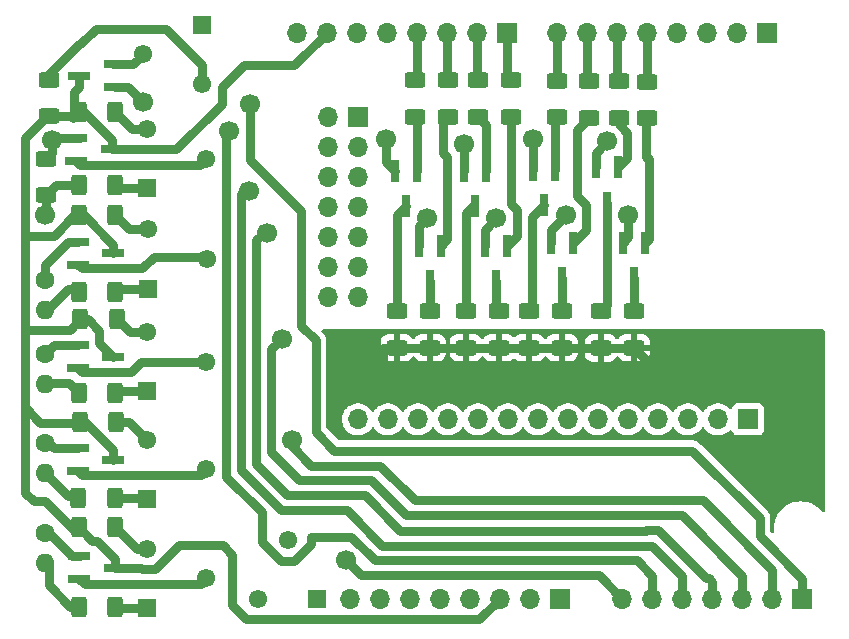
<source format=gbr>
%TF.GenerationSoftware,KiCad,Pcbnew,6.0.0*%
%TF.CreationDate,2022-04-09T17:08:43-03:00*%
%TF.ProjectId,cwc5.5,63776335-2e35-42e6-9b69-6361645f7063,rev?*%
%TF.SameCoordinates,Original*%
%TF.FileFunction,Copper,L1,Top*%
%TF.FilePolarity,Positive*%
%FSLAX46Y46*%
G04 Gerber Fmt 4.6, Leading zero omitted, Abs format (unit mm)*
G04 Created by KiCad (PCBNEW 6.0.0) date 2022-04-09 17:08:43*
%MOMM*%
%LPD*%
G01*
G04 APERTURE LIST*
G04 Aperture macros list*
%AMRoundRect*
0 Rectangle with rounded corners*
0 $1 Rounding radius*
0 $2 $3 $4 $5 $6 $7 $8 $9 X,Y pos of 4 corners*
0 Add a 4 corners polygon primitive as box body*
4,1,4,$2,$3,$4,$5,$6,$7,$8,$9,$2,$3,0*
0 Add four circle primitives for the rounded corners*
1,1,$1+$1,$2,$3*
1,1,$1+$1,$4,$5*
1,1,$1+$1,$6,$7*
1,1,$1+$1,$8,$9*
0 Add four rect primitives between the rounded corners*
20,1,$1+$1,$2,$3,$4,$5,0*
20,1,$1+$1,$4,$5,$6,$7,0*
20,1,$1+$1,$6,$7,$8,$9,0*
20,1,$1+$1,$8,$9,$2,$3,0*%
G04 Aperture macros list end*
%TA.AperFunction,SMDPad,CuDef*%
%ADD10RoundRect,0.250000X-0.625000X0.400000X-0.625000X-0.400000X0.625000X-0.400000X0.625000X0.400000X0*%
%TD*%
%TA.AperFunction,SMDPad,CuDef*%
%ADD11R,0.800000X1.900000*%
%TD*%
%TA.AperFunction,SMDPad,CuDef*%
%ADD12R,1.900000X0.800000*%
%TD*%
%TA.AperFunction,ComponentPad*%
%ADD13R,1.700000X1.700000*%
%TD*%
%TA.AperFunction,ComponentPad*%
%ADD14O,1.700000X1.700000*%
%TD*%
%TA.AperFunction,ComponentPad*%
%ADD15R,1.550000X1.550000*%
%TD*%
%TA.AperFunction,ComponentPad*%
%ADD16C,1.550000*%
%TD*%
%TA.AperFunction,ComponentPad*%
%ADD17C,1.600000*%
%TD*%
%TA.AperFunction,ComponentPad*%
%ADD18O,1.600000X1.600000*%
%TD*%
%TA.AperFunction,SMDPad,CuDef*%
%ADD19RoundRect,0.250000X0.400000X0.625000X-0.400000X0.625000X-0.400000X-0.625000X0.400000X-0.625000X0*%
%TD*%
%TA.AperFunction,ViaPad*%
%ADD20C,1.700000*%
%TD*%
%TA.AperFunction,Conductor*%
%ADD21C,0.762000*%
%TD*%
G04 APERTURE END LIST*
D10*
%TO.P,R13,1*%
%TO.N,/D8*%
X41910000Y-6578000D03*
%TO.P,R13,2*%
%TO.N,Net-(Q9-Pad1)*%
X41910000Y-9678000D03*
%TD*%
D11*
%TO.P,Q7,1,B*%
%TO.N,Net-(Q7-Pad1)*%
X45654000Y-14186000D03*
%TO.P,Q7,2,E*%
%TO.N,Net-(Q7-Pad2)*%
X43754000Y-14186000D03*
%TO.P,Q7,3,C*%
%TO.N,Net-(Q7-Pad3)*%
X44704000Y-17186000D03*
%TD*%
D12*
%TO.P,U3,1,K*%
%TO.N,/sheet2/A3*%
X5250000Y-29050000D03*
%TO.P,U3,2,REF*%
%TO.N,Net-(RV3-Pad2)*%
X5250000Y-30950000D03*
%TO.P,U3,3,A*%
%TO.N,GND*%
X8250000Y-30000000D03*
%TD*%
D13*
%TO.P,J5,1,Pin_1*%
%TO.N,/HIR*%
X61976000Y-35306000D03*
D14*
%TO.P,J5,2,Pin_2*%
%TO.N,/HRR*%
X59436000Y-35306000D03*
%TO.P,J5,3,Pin_3*%
%TO.N,GND*%
X56896000Y-35306000D03*
%TO.P,J5,4,Pin_4*%
X54356000Y-35306000D03*
%TO.P,J5,5,Pin_5*%
X51816000Y-35306000D03*
%TO.P,J5,6,Pin_6*%
X49276000Y-35306000D03*
%TO.P,J5,7,Pin_7*%
%TO.N,/REX1*%
X46736000Y-35306000D03*
%TO.P,J5,8,Pin_8*%
%TO.N,/RH1*%
X44196000Y-35306000D03*
%TO.P,J5,9,Pin_9*%
%TO.N,/RM1*%
X41656000Y-35306000D03*
%TO.P,J5,10,Pin_10*%
%TO.N,/RL1*%
X39116000Y-35306000D03*
%TO.P,J5,11,Pin_11*%
%TO.N,/REX2*%
X36576000Y-35306000D03*
%TO.P,J5,12,Pin_12*%
%TO.N,/RH2*%
X34036000Y-35306000D03*
%TO.P,J5,13,Pin_13*%
%TO.N,/RM2*%
X31496000Y-35306000D03*
%TO.P,J5,14,Pin_14*%
%TO.N,/RL2*%
X28956000Y-35306000D03*
%TD*%
D12*
%TO.P,U6,1,K*%
%TO.N,/sheet2/A6*%
X8358000Y-7147600D03*
%TO.P,U6,2,REF*%
%TO.N,Net-(RV6-Pad2)*%
X8358000Y-5247600D03*
%TO.P,U6,3,A*%
%TO.N,GND*%
X5358000Y-6197600D03*
%TD*%
D10*
%TO.P,R17,1*%
%TO.N,Net-(Q11-Pad3)*%
X38100000Y-26136000D03*
%TO.P,R17,2*%
%TO.N,+5V*%
X38100000Y-29236000D03*
%TD*%
%TO.P,R7,1*%
%TO.N,/D6*%
X48514000Y-6680000D03*
%TO.P,R7,2*%
%TO.N,Net-(Q5-Pad1)*%
X48514000Y-9780000D03*
%TD*%
D15*
%TO.P,RV6,1,1*%
%TO.N,Net-(R89-Pad1)*%
X15800000Y-1875000D03*
D16*
%TO.P,RV6,2,2*%
%TO.N,Net-(RV6-Pad2)*%
X10800000Y-4375000D03*
%TO.P,RV6,3,3*%
%TO.N,Net-(R90-Pad1)*%
X15800000Y-6875000D03*
%TD*%
D10*
%TO.P,R10,1*%
%TO.N,/D7*%
X45820000Y-6640000D03*
%TO.P,R10,2*%
%TO.N,Net-(Q7-Pad1)*%
X45820000Y-9740000D03*
%TD*%
D15*
%TO.P,RV5,1,1*%
%TO.N,Net-(R86-Pad1)*%
X11125000Y-51275000D03*
D16*
%TO.P,RV5,2,2*%
%TO.N,Net-(RV5-Pad2)*%
X16125000Y-48775000D03*
%TO.P,RV5,3,3*%
%TO.N,Net-(R87-Pad1)*%
X11125000Y-46275000D03*
%TD*%
D17*
%TO.P,R82,1*%
%TO.N,/sheet2/A3*%
X2500000Y-29750000D03*
D18*
%TO.P,R82,2*%
%TO.N,/sheet2/S3*%
X2500000Y-32290000D03*
%TD*%
D19*
%TO.P,R83,1*%
%TO.N,Net-(R83-Pad1)*%
X8382000Y-42000000D03*
%TO.P,R83,2*%
%TO.N,/sheet2/S4*%
X5282000Y-42000000D03*
%TD*%
%TO.P,R75,1*%
%TO.N,Net-(R75-Pad1)*%
X8408000Y-9296400D03*
%TO.P,R75,2*%
%TO.N,GND*%
X5308000Y-9296400D03*
%TD*%
D10*
%TO.P,R1,1*%
%TO.N,/D4*%
X53410000Y-6710000D03*
%TO.P,R1,2*%
%TO.N,Net-(Q1-Pad1)*%
X53410000Y-9810000D03*
%TD*%
D17*
%TO.P,R85,1*%
%TO.N,/sheet2/A4*%
X2500000Y-37309000D03*
D18*
%TO.P,R85,2*%
%TO.N,/sheet2/S4*%
X2500000Y-39849000D03*
%TD*%
D10*
%TO.P,R23,1*%
%TO.N,Net-(Q15-Pad3)*%
X32258000Y-26136000D03*
%TO.P,R23,2*%
%TO.N,+5V*%
X32258000Y-29236000D03*
%TD*%
D11*
%TO.P,Q13,1,B*%
%TO.N,Net-(Q13-Pad1)*%
X36002000Y-20598000D03*
%TO.P,Q13,2,E*%
%TO.N,Net-(Q13-Pad2)*%
X34102000Y-20598000D03*
%TO.P,Q13,3,C*%
%TO.N,Net-(Q13-Pad3)*%
X35052000Y-23598000D03*
%TD*%
D10*
%TO.P,R16,1*%
%TO.N,/D9*%
X39116000Y-6578000D03*
%TO.P,R16,2*%
%TO.N,Net-(Q11-Pad1)*%
X39116000Y-9678000D03*
%TD*%
D19*
%TO.P,R86,1*%
%TO.N,Net-(R86-Pad1)*%
X8408000Y-51155600D03*
%TO.P,R86,2*%
%TO.N,/sheet2/S5*%
X5308000Y-51155600D03*
%TD*%
D11*
%TO.P,Q3,1,B*%
%TO.N,Net-(Q3-Pad1)*%
X50988000Y-13956000D03*
%TO.P,Q3,2,E*%
%TO.N,Net-(Q3-Pad2)*%
X49088000Y-13956000D03*
%TO.P,Q3,3,C*%
%TO.N,Net-(Q3-Pad3)*%
X50038000Y-16956000D03*
%TD*%
D12*
%TO.P,U2,1,K*%
%TO.N,/sheet2/A2*%
X5250000Y-20300000D03*
%TO.P,U2,2,REF*%
%TO.N,Net-(RV2-Pad2)*%
X5250000Y-22200000D03*
%TO.P,U2,3,A*%
%TO.N,GND*%
X8250000Y-21250000D03*
%TD*%
D15*
%TO.P,RV2,1,1*%
%TO.N,Net-(R77-Pad1)*%
X11150000Y-24225000D03*
D16*
%TO.P,RV2,2,2*%
%TO.N,Net-(RV2-Pad2)*%
X16150000Y-21725000D03*
%TO.P,RV2,3,3*%
%TO.N,Net-(R78-Pad1)*%
X11150000Y-19225000D03*
%TD*%
D15*
%TO.P,RV3,1,1*%
%TO.N,Net-(R80-Pad1)*%
X11100000Y-32925000D03*
D16*
%TO.P,RV3,2,2*%
%TO.N,Net-(RV3-Pad2)*%
X16100000Y-30425000D03*
%TO.P,RV3,3,3*%
%TO.N,Net-(R81-Pad1)*%
X11100000Y-27925000D03*
%TD*%
D11*
%TO.P,Q5,1,B*%
%TO.N,Net-(Q5-Pad1)*%
X47178000Y-20344000D03*
%TO.P,Q5,2,E*%
%TO.N,Net-(Q5-Pad2)*%
X45278000Y-20344000D03*
%TO.P,Q5,3,C*%
%TO.N,Net-(Q5-Pad3)*%
X46228000Y-23344000D03*
%TD*%
D12*
%TO.P,U5,1,K*%
%TO.N,/sheet2/A5*%
X5358000Y-46903600D03*
%TO.P,U5,2,REF*%
%TO.N,Net-(RV5-Pad2)*%
X5358000Y-48803600D03*
%TO.P,U5,3,A*%
%TO.N,GND*%
X8358000Y-47853600D03*
%TD*%
D10*
%TO.P,R4,1*%
%TO.N,/D5*%
X51030000Y-6680000D03*
%TO.P,R4,2*%
%TO.N,Net-(Q3-Pad1)*%
X51030000Y-9780000D03*
%TD*%
D15*
%TO.P,RV4,1,1*%
%TO.N,Net-(R83-Pad1)*%
X11100000Y-42025000D03*
D16*
%TO.P,RV4,2,2*%
%TO.N,Net-(RV4-Pad2)*%
X16100000Y-39525000D03*
%TO.P,RV4,3,3*%
%TO.N,Net-(R84-Pad1)*%
X11100000Y-37025000D03*
%TD*%
D10*
%TO.P,R8,1*%
%TO.N,Net-(Q5-Pad3)*%
X46228000Y-26136000D03*
%TO.P,R8,2*%
%TO.N,+5V*%
X46228000Y-29236000D03*
%TD*%
D15*
%TO.P,RV1,1,1*%
%TO.N,Net-(R74-Pad1)*%
X11100000Y-15750000D03*
D16*
%TO.P,RV1,2,2*%
%TO.N,Net-(RV1-Pad2)*%
X16100000Y-13250000D03*
%TO.P,RV1,3,3*%
%TO.N,Net-(R75-Pad1)*%
X11100000Y-10750000D03*
%TD*%
D12*
%TO.P,U1,1,K*%
%TO.N,/sheet2/A1*%
X5104000Y-11496000D03*
%TO.P,U1,2,REF*%
%TO.N,Net-(RV1-Pad2)*%
X5104000Y-13396000D03*
%TO.P,U1,3,A*%
%TO.N,GND*%
X8104000Y-12446000D03*
%TD*%
D19*
%TO.P,R80,1*%
%TO.N,Net-(R80-Pad1)*%
X8408000Y-33070800D03*
%TO.P,R80,2*%
%TO.N,/sheet2/S3*%
X5308000Y-33070800D03*
%TD*%
D10*
%TO.P,R90,1*%
%TO.N,Net-(R90-Pad1)*%
X2794000Y-6552000D03*
%TO.P,R90,2*%
%TO.N,GND*%
X2794000Y-9652000D03*
%TD*%
D11*
%TO.P,Q9,1,B*%
%TO.N,Net-(Q9-Pad1)*%
X41590000Y-20598000D03*
%TO.P,Q9,2,E*%
%TO.N,Net-(Q10-Pad1)*%
X39690000Y-20598000D03*
%TO.P,Q9,3,C*%
%TO.N,Net-(Q9-Pad3)*%
X40640000Y-23598000D03*
%TD*%
D10*
%TO.P,R19,1*%
%TO.N,/D10*%
X36576000Y-6578000D03*
%TO.P,R19,2*%
%TO.N,Net-(Q13-Pad1)*%
X36576000Y-9678000D03*
%TD*%
%TO.P,R20,1*%
%TO.N,Net-(Q13-Pad3)*%
X35052000Y-26136000D03*
%TO.P,R20,2*%
%TO.N,+5V*%
X35052000Y-29236000D03*
%TD*%
%TO.P,R11,1*%
%TO.N,Net-(Q7-Pad3)*%
X43434000Y-26136000D03*
%TO.P,R11,2*%
%TO.N,+5V*%
X43434000Y-29236000D03*
%TD*%
D19*
%TO.P,R77,1*%
%TO.N,Net-(R77-Pad1)*%
X8408000Y-24500000D03*
%TO.P,R77,2*%
%TO.N,/sheet2/S2*%
X5308000Y-24500000D03*
%TD*%
%TO.P,R78,1*%
%TO.N,Net-(R78-Pad1)*%
X8408000Y-18034000D03*
%TO.P,R78,2*%
%TO.N,GND*%
X5308000Y-18034000D03*
%TD*%
D17*
%TO.P,R88,1*%
%TO.N,/sheet2/A5*%
X2500000Y-44955000D03*
D18*
%TO.P,R88,2*%
%TO.N,/sheet2/S5*%
X2500000Y-47495000D03*
%TD*%
D19*
%TO.P,R81,1*%
%TO.N,Net-(R81-Pad1)*%
X8550000Y-26822400D03*
%TO.P,R81,2*%
%TO.N,GND*%
X5450000Y-26822400D03*
%TD*%
D10*
%TO.P,R2,1*%
%TO.N,Net-(Q1-Pad3)*%
X52324000Y-26136000D03*
%TO.P,R2,2*%
%TO.N,+5V*%
X52324000Y-29236000D03*
%TD*%
%TO.P,R76,1*%
%TO.N,/sheet2/A1*%
X2540000Y-13250000D03*
%TO.P,R76,2*%
%TO.N,/sheet2/S1*%
X2540000Y-16350000D03*
%TD*%
D11*
%TO.P,Q1,1,B*%
%TO.N,Net-(Q1-Pad1)*%
X53274000Y-20344000D03*
%TO.P,Q1,2,E*%
%TO.N,Net-(Q1-Pad2)*%
X51374000Y-20344000D03*
%TO.P,Q1,3,C*%
%TO.N,Net-(Q1-Pad3)*%
X52324000Y-23344000D03*
%TD*%
%TO.P,Q15,1,B*%
%TO.N,Net-(Q15-Pad1)*%
X33970000Y-14248000D03*
%TO.P,Q15,2,E*%
%TO.N,Net-(Q15-Pad2)*%
X32070000Y-14248000D03*
%TO.P,Q15,3,C*%
%TO.N,Net-(Q15-Pad3)*%
X33020000Y-17248000D03*
%TD*%
D19*
%TO.P,R84,1*%
%TO.N,Net-(R84-Pad1)*%
X8500000Y-35500000D03*
%TO.P,R84,2*%
%TO.N,GND*%
X5400000Y-35500000D03*
%TD*%
%TO.P,R74,1*%
%TO.N,Net-(R74-Pad1)*%
X8408000Y-15494000D03*
%TO.P,R74,2*%
%TO.N,/sheet2/S1*%
X5308000Y-15494000D03*
%TD*%
D10*
%TO.P,R14,1*%
%TO.N,Net-(Q9-Pad3)*%
X40894000Y-26136000D03*
%TO.P,R14,2*%
%TO.N,+5V*%
X40894000Y-29236000D03*
%TD*%
D11*
%TO.P,Q11,1,B*%
%TO.N,Net-(Q11-Pad1)*%
X39812000Y-14248000D03*
%TO.P,Q11,2,E*%
%TO.N,Net-(Q11-Pad2)*%
X37912000Y-14248000D03*
%TO.P,Q11,3,C*%
%TO.N,Net-(Q11-Pad3)*%
X38862000Y-17248000D03*
%TD*%
D17*
%TO.P,R79,1*%
%TO.N,/sheet2/A2*%
X2500000Y-23500000D03*
D18*
%TO.P,R79,2*%
%TO.N,/sheet2/S2*%
X2500000Y-26040000D03*
%TD*%
D10*
%TO.P,R5,1*%
%TO.N,Net-(Q3-Pad3)*%
X49530000Y-26162000D03*
%TO.P,R5,2*%
%TO.N,+5V*%
X49530000Y-29262000D03*
%TD*%
D12*
%TO.P,U4,1,K*%
%TO.N,/sheet2/A4*%
X5250000Y-37759600D03*
%TO.P,U4,2,REF*%
%TO.N,Net-(RV4-Pad2)*%
X5250000Y-39659600D03*
%TO.P,U4,3,A*%
%TO.N,GND*%
X8250000Y-38709600D03*
%TD*%
D19*
%TO.P,R87,1*%
%TO.N,Net-(R87-Pad1)*%
X8408000Y-44450000D03*
%TO.P,R87,2*%
%TO.N,GND*%
X5308000Y-44450000D03*
%TD*%
D10*
%TO.P,R22,1*%
%TO.N,/D11*%
X33782000Y-6578000D03*
%TO.P,R22,2*%
%TO.N,Net-(Q15-Pad1)*%
X33782000Y-9678000D03*
%TD*%
D15*
%TO.P,RV0,1,1*%
%TO.N,Net-(R71-Pad1)*%
X25500000Y-50550000D03*
D16*
%TO.P,RV0,2,2*%
%TO.N,Net-(RV0-Pad2)*%
X23000000Y-45550000D03*
%TO.P,RV0,3,3*%
%TO.N,Net-(R72-Pad1)*%
X20500000Y-50550000D03*
%TD*%
D13*
%TO.P,J6,1,Pin_1*%
%TO.N,GND*%
X28976000Y-9672000D03*
D14*
%TO.P,J6,2,Pin_2*%
%TO.N,/sheet2/S6*%
X26436000Y-9672000D03*
%TO.P,J6,3,Pin_3*%
%TO.N,GND*%
X28976000Y-12212000D03*
%TO.P,J6,4,Pin_4*%
%TO.N,/sheet2/S1*%
X26436000Y-12212000D03*
%TO.P,J6,5,Pin_5*%
%TO.N,GND*%
X28976000Y-14752000D03*
%TO.P,J6,6,Pin_6*%
%TO.N,/sheet2/S2*%
X26436000Y-14752000D03*
%TO.P,J6,7,Pin_7*%
%TO.N,GND*%
X28976000Y-17292000D03*
%TO.P,J6,8,Pin_8*%
%TO.N,/sheet2/S3*%
X26436000Y-17292000D03*
%TO.P,J6,9,Pin_9*%
%TO.N,GND*%
X28976000Y-19832000D03*
%TO.P,J6,10,Pin_10*%
%TO.N,/sheet2/S4*%
X26436000Y-19832000D03*
%TO.P,J6,11,Pin_11*%
%TO.N,GND*%
X28976000Y-22372000D03*
%TO.P,J6,12,Pin_12*%
%TO.N,/sheet2/S5*%
X26436000Y-22372000D03*
%TO.P,J6,13,Pin_13*%
%TO.N,GND*%
X28976000Y-24912000D03*
%TO.P,J6,14,Pin_14*%
%TO.N,/sheet2/S0*%
X26436000Y-24912000D03*
%TD*%
D13*
%TO.P,J1,1,Pin_1*%
%TO.N,/D8*%
X41560000Y-2580000D03*
D14*
%TO.P,J1,2,Pin_2*%
%TO.N,/D9*%
X39020000Y-2580000D03*
%TO.P,J1,3,Pin_3*%
%TO.N,/D10*%
X36480000Y-2580000D03*
%TO.P,J1,4,Pin_4*%
%TO.N,/D11*%
X33940000Y-2580000D03*
%TO.P,J1,5,Pin_5*%
%TO.N,/D12*%
X31400000Y-2580000D03*
%TO.P,J1,6,Pin_6*%
%TO.N,/D13*%
X28860000Y-2580000D03*
%TO.P,J1,7,Pin_7*%
%TO.N,GND*%
X26320000Y-2580000D03*
%TO.P,J1,8,Pin_8*%
%TO.N,/AREF*%
X23780000Y-2580000D03*
%TD*%
D13*
%TO.P,J4,1,Pin_1*%
%TO.N,/sheet2/A6*%
X66600000Y-50500000D03*
D14*
%TO.P,J4,2,Pin_2*%
%TO.N,/sheet2/A5*%
X64060000Y-50500000D03*
%TO.P,J4,3,Pin_3*%
%TO.N,/sheet2/A4*%
X61520000Y-50500000D03*
%TO.P,J4,4,Pin_4*%
%TO.N,/sheet2/A3*%
X58980000Y-50500000D03*
%TO.P,J4,5,Pin_5*%
%TO.N,/sheet2/A2*%
X56440000Y-50500000D03*
%TO.P,J4,6,Pin_6*%
%TO.N,/sheet2/A1*%
X53900000Y-50500000D03*
%TO.P,J4,7,Pin_7*%
%TO.N,/sheet2/A0*%
X51360000Y-50500000D03*
%TD*%
D13*
%TO.P,J3,1,Pin_1*%
%TO.N,/VIN*%
X46060000Y-50500000D03*
D14*
%TO.P,J3,2,Pin_2*%
%TO.N,GND*%
X43520000Y-50500000D03*
%TO.P,J3,3,Pin_3*%
X40980000Y-50500000D03*
%TO.P,J3,4,Pin_4*%
%TO.N,+5V*%
X38440000Y-50500000D03*
%TO.P,J3,5,Pin_5*%
%TO.N,/3\u002C3V*%
X35900000Y-50500000D03*
%TO.P,J3,6,Pin_6*%
%TO.N,/RESET*%
X33360000Y-50500000D03*
%TO.P,J3,7,Pin_7*%
%TO.N,/IOREF*%
X30820000Y-50500000D03*
%TO.P,J3,8,Pin_8*%
%TO.N,/NCON*%
X28280000Y-50500000D03*
%TD*%
D13*
%TO.P,J2,1,Pin_1*%
%TO.N,unconnected-(J2-Pad1)*%
X63580000Y-2580000D03*
D14*
%TO.P,J2,2,Pin_2*%
%TO.N,unconnected-(J2-Pad2)*%
X61040000Y-2580000D03*
%TO.P,J2,3,Pin_3*%
%TO.N,/HI*%
X58500000Y-2580000D03*
%TO.P,J2,4,Pin_4*%
%TO.N,/HR*%
X55960000Y-2580000D03*
%TO.P,J2,5,Pin_5*%
%TO.N,/D4*%
X53420000Y-2580000D03*
%TO.P,J2,6,Pin_6*%
%TO.N,/D5*%
X50880000Y-2580000D03*
%TO.P,J2,7,Pin_7*%
%TO.N,/D6*%
X48340000Y-2580000D03*
%TO.P,J2,8,Pin_8*%
%TO.N,/D7*%
X45800000Y-2580000D03*
%TD*%
D20*
%TO.N,Net-(Q1-Pad2)*%
X51841400Y-18008600D03*
%TO.N,Net-(Q3-Pad2)*%
X50038000Y-11760200D03*
%TO.N,Net-(Q5-Pad2)*%
X46558200Y-17983200D03*
%TO.N,Net-(Q7-Pad2)*%
X43754000Y-11541800D03*
%TO.N,Net-(Q11-Pad2)*%
X37912000Y-12004000D03*
%TO.N,Net-(Q13-Pad2)*%
X34798000Y-18237200D03*
%TO.N,Net-(Q15-Pad2)*%
X31318200Y-11557000D03*
%TO.N,Net-(Q10-Pad1)*%
X40690800Y-18262600D03*
%TO.N,+5V*%
X30500000Y-31500000D03*
X59525000Y-32550000D03*
%TO.N,/sheet2/A0*%
X27940000Y-47244000D03*
%TO.N,/sheet2/S1*%
X2500000Y-18000000D03*
%TO.N,/sheet2/A1*%
X18034000Y-10922000D03*
X3048000Y-11684000D03*
%TO.N,/sheet2/A2*%
X19750000Y-16000000D03*
%TO.N,/sheet2/A3*%
X21250000Y-19500000D03*
%TO.N,/sheet2/A4*%
X22500000Y-28500000D03*
%TO.N,/sheet2/A5*%
X23368000Y-37084000D03*
%TO.N,/sheet2/A6*%
X10800000Y-8450000D03*
X19812000Y-8636000D03*
%TD*%
D21*
%TO.N,Net-(Q1-Pad2)*%
X51841400Y-19876600D02*
X51374000Y-20344000D01*
X51841400Y-18008600D02*
X51841400Y-19876600D01*
%TO.N,GND*%
X2790319Y-27709681D02*
X4562719Y-27709681D01*
X5784204Y-9296400D02*
X8104000Y-11616196D01*
X762000Y-11522687D02*
X2632687Y-9652000D01*
X8104000Y-12446000D02*
X13591865Y-12446000D01*
X5204575Y-9296400D02*
X4927600Y-9296400D01*
X6481089Y-45623089D02*
X5308000Y-44450000D01*
X18288000Y-51054000D02*
X19464511Y-52230511D01*
X774000Y-19750000D02*
X762000Y-19738000D01*
X10700000Y-48000000D02*
X11750000Y-48000000D01*
X3197313Y-19750000D02*
X774000Y-19750000D01*
X4927600Y-9296400D02*
X4927600Y-7620000D01*
X5282000Y-35610800D02*
X2082800Y-35610800D01*
X11750000Y-48000000D02*
X13776000Y-45974000D01*
X5308000Y-18034000D02*
X4913313Y-18034000D01*
X5308000Y-44704000D02*
X4954000Y-44704000D01*
X7080511Y-27830511D02*
X7080511Y-28830511D01*
X8250000Y-20519489D02*
X5764511Y-18034000D01*
X8358000Y-47108000D02*
X6873089Y-45623089D01*
X39249489Y-52230511D02*
X40980000Y-50500000D01*
X5272397Y-44704000D02*
X5308000Y-44704000D01*
X6072400Y-26822400D02*
X7080511Y-27830511D01*
X762000Y-20828000D02*
X762000Y-19738000D01*
X17512043Y-45974000D02*
X18288000Y-46749957D01*
X2794000Y-9652000D02*
X4952400Y-9652000D01*
X10553600Y-47853600D02*
X10700000Y-48000000D01*
X5400000Y-35500000D02*
X5876204Y-35500000D01*
X762000Y-19738000D02*
X762000Y-11522687D01*
X5876204Y-35500000D02*
X8250000Y-37873796D01*
X2500000Y-42250000D02*
X1500000Y-42250000D01*
X8358000Y-47853600D02*
X8358000Y-47108000D01*
X19304000Y-5334000D02*
X23566000Y-5334000D01*
X4800000Y-9804400D02*
X5308000Y-9296400D01*
X762000Y-40193603D02*
X762000Y-34290000D01*
X23566000Y-5334000D02*
X26320000Y-2580000D01*
X4562719Y-27709681D02*
X5450000Y-26822400D01*
X4952400Y-9652000D02*
X5308000Y-9296400D01*
X6873089Y-45623089D02*
X6481089Y-45623089D01*
X13591865Y-12446000D02*
X17455511Y-8582354D01*
X17455511Y-8582354D02*
X17455511Y-7182489D01*
X5358000Y-7189600D02*
X4927600Y-7620000D01*
X750000Y-41500000D02*
X750000Y-40205603D01*
X762000Y-22098000D02*
X762000Y-27432000D01*
X762000Y-20828000D02*
X762000Y-22098000D01*
X8250000Y-37873796D02*
X8250000Y-38709600D01*
X8104000Y-11616196D02*
X8104000Y-12365000D01*
X8358000Y-47853600D02*
X10553600Y-47853600D01*
X4954000Y-44704000D02*
X2500000Y-42250000D01*
X18288000Y-46749957D02*
X18288000Y-51054000D01*
X17455511Y-7182489D02*
X19304000Y-5334000D01*
X1000000Y-27750000D02*
X2750000Y-27750000D01*
X5450000Y-26822400D02*
X6072400Y-26822400D01*
X2632687Y-9652000D02*
X2794000Y-9652000D01*
X19464511Y-52230511D02*
X39249489Y-52230511D01*
X5308000Y-9296400D02*
X5784204Y-9296400D01*
X2082800Y-35610800D02*
X762000Y-34290000D01*
X1500000Y-42250000D02*
X750000Y-41500000D01*
X13776000Y-45974000D02*
X17512043Y-45974000D01*
X762000Y-27512000D02*
X762000Y-27432000D01*
X8250000Y-21250000D02*
X8250000Y-20519489D01*
X750000Y-40205603D02*
X762000Y-40193603D01*
X5764511Y-18034000D02*
X5308000Y-18034000D01*
X5358000Y-6197600D02*
X5358000Y-7189600D01*
X2750000Y-27750000D02*
X2790319Y-27709681D01*
X762000Y-34290000D02*
X762000Y-27512000D01*
X762000Y-27512000D02*
X1000000Y-27750000D01*
X4913313Y-18034000D02*
X3197313Y-19750000D01*
X7080511Y-28830511D02*
X8250000Y-30000000D01*
%TO.N,Net-(Q1-Pad1)*%
X53274000Y-20344000D02*
X53571911Y-20046089D01*
X53362089Y-9857911D02*
X53410000Y-9810000D01*
X53362089Y-13052289D02*
X53362089Y-9857911D01*
X53571911Y-20046089D02*
X53571911Y-13262111D01*
X53571911Y-13262111D02*
X53362089Y-13052289D01*
%TO.N,Net-(Q1-Pad3)*%
X52324000Y-23344000D02*
X52324000Y-26136000D01*
%TO.N,Net-(Q3-Pad2)*%
X49088000Y-13956000D02*
X49088000Y-12710200D01*
X49088000Y-12710200D02*
X50038000Y-11760200D01*
%TO.N,Net-(Q3-Pad1)*%
X50988000Y-13956000D02*
X51768511Y-13175489D01*
X51768511Y-11043398D02*
X51030000Y-10304887D01*
X50988000Y-9822000D02*
X51030000Y-9780000D01*
X51768511Y-13175489D02*
X51768511Y-11043398D01*
X51030000Y-10304887D02*
X51030000Y-9780000D01*
%TO.N,Net-(Q3-Pad3)*%
X50038000Y-16956000D02*
X50038000Y-25654000D01*
X50038000Y-25654000D02*
X49530000Y-26162000D01*
%TO.N,Net-(Q5-Pad2)*%
X45278000Y-19263400D02*
X46558200Y-17983200D01*
X45278000Y-20344000D02*
X45278000Y-19263400D01*
%TO.N,Net-(Q5-Pad1)*%
X47520089Y-10773911D02*
X47520089Y-16379689D01*
X48514000Y-9780000D02*
X47520089Y-10773911D01*
X47520089Y-16379689D02*
X48288711Y-17148311D01*
X48288711Y-19233289D02*
X47178000Y-20344000D01*
X48288711Y-17148311D02*
X48288711Y-19233289D01*
%TO.N,Net-(Q5-Pad3)*%
X46228000Y-23344000D02*
X46228000Y-26136000D01*
%TO.N,Net-(Q7-Pad2)*%
X43754000Y-14186000D02*
X43754000Y-11541800D01*
%TO.N,Net-(Q7-Pad1)*%
X45654000Y-14186000D02*
X45654000Y-9906000D01*
X45654000Y-9906000D02*
X45820000Y-9740000D01*
%TO.N,Net-(Q9-Pad1)*%
X42421311Y-19766689D02*
X41590000Y-20598000D01*
X41910000Y-17034487D02*
X42421311Y-17545798D01*
X42421311Y-17545798D02*
X42421311Y-19766689D01*
X41910000Y-9678000D02*
X41910000Y-17034487D01*
%TO.N,Net-(Q7-Pad3)*%
X44704000Y-17186000D02*
X43682831Y-18207169D01*
X43682831Y-18207169D02*
X43682831Y-25887169D01*
X43682831Y-25887169D02*
X43434000Y-26136000D01*
%TO.N,Net-(Q9-Pad3)*%
X40640000Y-25882000D02*
X40894000Y-26136000D01*
X40640000Y-23598000D02*
X40640000Y-25882000D01*
%TO.N,Net-(Q11-Pad1)*%
X39116000Y-9678000D02*
X39812000Y-10374000D01*
X39812000Y-10374000D02*
X39812000Y-14248000D01*
%TO.N,Net-(Q11-Pad2)*%
X37912000Y-12004000D02*
X37912000Y-14248000D01*
%TO.N,Net-(Q11-Pad3)*%
X38100000Y-17796487D02*
X38755244Y-17141243D01*
X38100000Y-26136000D02*
X38100000Y-17796487D01*
%TO.N,Net-(Q13-Pad1)*%
X36528511Y-20071489D02*
X36528511Y-13067824D01*
X36181489Y-12720802D02*
X36181489Y-10072511D01*
X36528511Y-13067824D02*
X36181489Y-12720802D01*
X36181489Y-10072511D02*
X36576000Y-9678000D01*
X36002000Y-20598000D02*
X36528511Y-20071489D01*
%TO.N,Net-(Q13-Pad2)*%
X34102000Y-20598000D02*
X34102000Y-18933200D01*
X34102000Y-18933200D02*
X34798000Y-18237200D01*
%TO.N,Net-(Q13-Pad3)*%
X35052000Y-23598000D02*
X35052000Y-26136000D01*
%TO.N,Net-(Q15-Pad1)*%
X33970000Y-9866000D02*
X33782000Y-9678000D01*
X33970000Y-14248000D02*
X33970000Y-9866000D01*
%TO.N,Net-(Q15-Pad2)*%
X31318200Y-11557000D02*
X31318200Y-13496200D01*
X31318200Y-13496200D02*
X32070000Y-14248000D01*
%TO.N,Net-(Q15-Pad3)*%
X32258000Y-18010000D02*
X32258000Y-26136000D01*
X33020000Y-17248000D02*
X32258000Y-18010000D01*
%TO.N,Net-(Q10-Pad1)*%
X39690000Y-20598000D02*
X39690000Y-19263400D01*
X39690000Y-19263400D02*
X40690800Y-18262600D01*
%TO.N,/D4*%
X53420000Y-6700000D02*
X53410000Y-6710000D01*
X53420000Y-2580000D02*
X53420000Y-6700000D01*
%TO.N,+5V*%
X46254000Y-29262000D02*
X46228000Y-29236000D01*
X35052000Y-29236000D02*
X38100000Y-29236000D01*
X38100000Y-29236000D02*
X40894000Y-29236000D01*
X49530000Y-29262000D02*
X52298000Y-29262000D01*
X31114400Y-30885600D02*
X30500000Y-31500000D01*
X53688000Y-30600000D02*
X52324000Y-29236000D01*
X31114400Y-29236000D02*
X31114400Y-30885600D01*
X59525000Y-32550000D02*
X57575000Y-30600000D01*
X40894000Y-29236000D02*
X43434000Y-29236000D01*
X49530000Y-29262000D02*
X46254000Y-29262000D01*
X43434000Y-29236000D02*
X46228000Y-29236000D01*
X32258000Y-29236000D02*
X31114400Y-29236000D01*
X52298000Y-29262000D02*
X52324000Y-29236000D01*
X57575000Y-30600000D02*
X53688000Y-30600000D01*
X32258000Y-29236000D02*
X35052000Y-29236000D01*
%TO.N,/D5*%
X50880000Y-6530000D02*
X51030000Y-6680000D01*
X50880000Y-2580000D02*
X50880000Y-6530000D01*
%TO.N,/D6*%
X48340000Y-6506000D02*
X48514000Y-6680000D01*
X48340000Y-2580000D02*
X48340000Y-6506000D01*
%TO.N,/D7*%
X45800000Y-6620000D02*
X45820000Y-6640000D01*
X45800000Y-2580000D02*
X45800000Y-6620000D01*
%TO.N,/D8*%
X41560000Y-2580000D02*
X41560000Y-6228000D01*
X41560000Y-6228000D02*
X41910000Y-6578000D01*
%TO.N,/D9*%
X39020000Y-6482000D02*
X39116000Y-6578000D01*
X39020000Y-2580000D02*
X39020000Y-6482000D01*
%TO.N,/D10*%
X36480000Y-2580000D02*
X36480000Y-6482000D01*
X36480000Y-6482000D02*
X36576000Y-6578000D01*
%TO.N,/D11*%
X33940000Y-6420000D02*
X33782000Y-6578000D01*
X33940000Y-2580000D02*
X33940000Y-6420000D01*
%TO.N,/sheet2/A0*%
X29210000Y-48514000D02*
X48514000Y-48514000D01*
X27940000Y-47244000D02*
X29210000Y-48514000D01*
X51360000Y-50500000D02*
X49374000Y-48514000D01*
X49374000Y-48514000D02*
X49276000Y-48514000D01*
X48514000Y-48514000D02*
X49276000Y-48514000D01*
%TO.N,Net-(R74-Pad1)*%
X11100000Y-15750000D02*
X8664000Y-15750000D01*
%TO.N,/sheet2/S1*%
X5308000Y-15494000D02*
X3396000Y-15494000D01*
X2540000Y-17960000D02*
X2500000Y-18000000D01*
X3396000Y-15494000D02*
X2540000Y-16350000D01*
X2540000Y-16350000D02*
X2540000Y-17960000D01*
%TO.N,Net-(R75-Pad1)*%
X9861600Y-10750000D02*
X8408000Y-9296400D01*
X11100000Y-10750000D02*
X9861600Y-10750000D01*
%TO.N,/sheet2/A1*%
X28393313Y-45250000D02*
X30395793Y-47252480D01*
X30395793Y-47252480D02*
X52586480Y-47252480D01*
X20828000Y-43180000D02*
X20828000Y-45719247D01*
X3048000Y-12742000D02*
X2540000Y-13250000D01*
X53900000Y-48566000D02*
X53900000Y-50500000D01*
X3236000Y-11496000D02*
X4638000Y-11496000D01*
X52586480Y-47252480D02*
X53900000Y-48566000D01*
X20828000Y-45719247D02*
X22433753Y-47325000D01*
X4638000Y-11496000D02*
X5412500Y-11496000D01*
X25000000Y-45891247D02*
X25000000Y-45250000D01*
X23566247Y-47325000D02*
X25000000Y-45891247D01*
X17827489Y-11128511D02*
X17827489Y-40179489D01*
X22433753Y-47325000D02*
X23566247Y-47325000D01*
X3048000Y-11684000D02*
X3048000Y-12742000D01*
X18034000Y-10922000D02*
X17827489Y-11128511D01*
X17827489Y-40179489D02*
X20828000Y-43180000D01*
X25000000Y-45250000D02*
X28393313Y-45250000D01*
%TO.N,Net-(R77-Pad1)*%
X8683000Y-24225000D02*
X8408000Y-24500000D01*
X11150000Y-24225000D02*
X8683000Y-24225000D01*
%TO.N,/sheet2/S2*%
X4390600Y-24282400D02*
X5308000Y-24282400D01*
X2794000Y-25879000D02*
X4390600Y-24282400D01*
%TO.N,Net-(R78-Pad1)*%
X9599000Y-19225000D02*
X8408000Y-18034000D01*
X11150000Y-19225000D02*
X9599000Y-19225000D01*
%TO.N,/sheet2/A2*%
X28014000Y-43000000D02*
X31004960Y-45990960D01*
X4431371Y-20300000D02*
X2500000Y-22231371D01*
X22465009Y-43000000D02*
X28014000Y-43000000D01*
X31004960Y-45990960D02*
X53864960Y-45990960D01*
X53864960Y-45990960D02*
X56440000Y-48566000D01*
X19089009Y-39624000D02*
X22465009Y-43000000D01*
X2500000Y-22231371D02*
X2500000Y-23500000D01*
X5250000Y-20300000D02*
X4431371Y-20300000D01*
X56440000Y-48566000D02*
X56440000Y-50500000D01*
X19304000Y-16002000D02*
X19089009Y-16216991D01*
X19089009Y-16216991D02*
X19089009Y-39624000D01*
%TO.N,Net-(R80-Pad1)*%
X11100000Y-32925000D02*
X8553800Y-32925000D01*
X8553800Y-32925000D02*
X8408000Y-33070800D01*
%TO.N,/sheet2/S3*%
X2794000Y-32258000D02*
X4495200Y-32258000D01*
X4495200Y-32258000D02*
X5308000Y-33070800D01*
%TO.N,Net-(R81-Pad1)*%
X11100000Y-27925000D02*
X9652600Y-27925000D01*
X9652600Y-27925000D02*
X8550000Y-26822400D01*
%TO.N,/sheet2/A3*%
X32512000Y-44729440D02*
X53314560Y-44729440D01*
X29521040Y-41738480D02*
X32512000Y-44729440D01*
X53314560Y-44729440D02*
X53340000Y-44704000D01*
X58674000Y-48768000D02*
X58980000Y-49074000D01*
X5250000Y-29050000D02*
X3200000Y-29050000D01*
X21250000Y-19500000D02*
X21000000Y-19500000D01*
X20350529Y-39101462D02*
X22987547Y-41738480D01*
X21000000Y-19500000D02*
X20350529Y-20149471D01*
X20350529Y-20149471D02*
X20350529Y-39101462D01*
X54362058Y-44704000D02*
X58426058Y-48768000D01*
X53340000Y-44704000D02*
X54362058Y-44704000D01*
X22987547Y-41738480D02*
X29521040Y-41738480D01*
X58980000Y-49074000D02*
X58980000Y-50500000D01*
X3200000Y-29050000D02*
X2500000Y-29750000D01*
%TO.N,Net-(R83-Pad1)*%
X8382000Y-42000000D02*
X11075000Y-42000000D01*
X11075000Y-42000000D02*
X11100000Y-42025000D01*
%TO.N,/sheet2/S4*%
X4408600Y-41757600D02*
X5282000Y-41757600D01*
X4875600Y-41962000D02*
X5080000Y-41757600D01*
X2500000Y-39849000D02*
X4408600Y-41757600D01*
%TO.N,Net-(R84-Pad1)*%
X8500000Y-35500000D02*
X9575000Y-35500000D01*
X9575000Y-35500000D02*
X11100000Y-37025000D01*
%TO.N,/sheet2/A4*%
X21612049Y-29387951D02*
X21612049Y-38100000D01*
X61520000Y-48566000D02*
X56388000Y-43434000D01*
X61520000Y-50500000D02*
X61520000Y-48566000D01*
X30043579Y-40476961D02*
X23989009Y-40476960D01*
X33000618Y-43434000D02*
X30043579Y-40476961D01*
X23989009Y-40476960D02*
X21612049Y-38100000D01*
X22500000Y-28500000D02*
X21612049Y-29387951D01*
X56388000Y-43434000D02*
X33000618Y-43434000D01*
X3244600Y-37759600D02*
X2794000Y-37309000D01*
X3244600Y-37759600D02*
X5250000Y-37759600D01*
%TO.N,Net-(R86-Pad1)*%
X8527400Y-51275000D02*
X8408000Y-51155600D01*
X11125000Y-51275000D02*
X8527400Y-51275000D01*
%TO.N,/sheet2/S5*%
X2794000Y-47498000D02*
X2794000Y-49350622D01*
X2794000Y-49350622D02*
X4598978Y-51155600D01*
X4598978Y-51155600D02*
X5308000Y-51155600D01*
%TO.N,Net-(R87-Pad1)*%
X11125000Y-46275000D02*
X10233000Y-46275000D01*
X10233000Y-46275000D02*
X8408000Y-44450000D01*
%TO.N,/sheet2/A5*%
X57649520Y-42172480D02*
X33782000Y-42172480D01*
X33782000Y-42172480D02*
X30824962Y-39215442D01*
X5412500Y-46903600D02*
X4739600Y-46903600D01*
X30824962Y-39215442D02*
X25000000Y-39215441D01*
X64060000Y-50500000D02*
X64060000Y-48058000D01*
X4739600Y-46903600D02*
X2794000Y-44958000D01*
X25000000Y-39215441D02*
X23368000Y-37583441D01*
X58166000Y-42164000D02*
X57658000Y-42164000D01*
X57658000Y-42164000D02*
X57649520Y-42172480D01*
X23368000Y-37583441D02*
X23368000Y-37084000D01*
X64060000Y-48058000D02*
X58166000Y-42164000D01*
%TO.N,Net-(R90-Pad1)*%
X5430000Y-3545000D02*
X6750000Y-2225000D01*
X2794000Y-6096000D02*
X5345000Y-3545000D01*
X5345000Y-3545000D02*
X5407280Y-3482720D01*
X5345000Y-3545000D02*
X5430000Y-3545000D01*
X6750000Y-2225000D02*
X12700000Y-2225000D01*
X12700000Y-2225000D02*
X15800000Y-5325000D01*
X15800000Y-5325000D02*
X15800000Y-6875000D01*
%TO.N,/sheet2/A6*%
X19812000Y-8636000D02*
X19812000Y-13312000D01*
X24130000Y-27380000D02*
X25375000Y-28625000D01*
X62992000Y-45205942D02*
X62992000Y-43688000D01*
X66600000Y-48813942D02*
X62992000Y-45205942D01*
X62992000Y-43688000D02*
X57257921Y-37953921D01*
X8358000Y-7147600D02*
X9497600Y-7147600D01*
X24130000Y-17630000D02*
X24130000Y-27380000D01*
X25375000Y-28625000D02*
X25375000Y-36375000D01*
X19812000Y-13312000D02*
X24130000Y-17630000D01*
X26953921Y-37953921D02*
X25375000Y-36375000D01*
X57257921Y-37953921D02*
X26953921Y-37953921D01*
X9497600Y-7147600D02*
X10800000Y-8450000D01*
X66600000Y-50500000D02*
X66600000Y-48813942D01*
%TO.N,Net-(RV1-Pad2)*%
X5434511Y-13726511D02*
X5104000Y-13396000D01*
X15623489Y-13726511D02*
X5434511Y-13726511D01*
X16100000Y-13250000D02*
X15623489Y-13726511D01*
%TO.N,Net-(RV2-Pad2)*%
X5580511Y-22530511D02*
X10719489Y-22530511D01*
X5250000Y-22200000D02*
X5580511Y-22530511D01*
X10719489Y-22530511D02*
X11725800Y-21524200D01*
X11725800Y-21524200D02*
X15975400Y-21524200D01*
%TO.N,Net-(RV3-Pad2)*%
X9775000Y-31280511D02*
X10630511Y-30425000D01*
X5250000Y-30950000D02*
X5580511Y-31280511D01*
X10630511Y-30425000D02*
X16100000Y-30425000D01*
X5580511Y-31280511D02*
X9775000Y-31280511D01*
%TO.N,Net-(RV4-Pad2)*%
X15634889Y-39990111D02*
X16100000Y-39525000D01*
X5250000Y-39659600D02*
X5580511Y-39990111D01*
X5580511Y-39990111D02*
X15634889Y-39990111D01*
%TO.N,Net-(RV5-Pad2)*%
X5815920Y-49261520D02*
X15638480Y-49261520D01*
X5358000Y-48803600D02*
X5815920Y-49261520D01*
X15638480Y-49261520D02*
X16125000Y-48775000D01*
%TO.N,Net-(RV6-Pad2)*%
X8225000Y-5247600D02*
X9941600Y-5247600D01*
X9941600Y-5247600D02*
X10820400Y-4368800D01*
%TD*%
%TA.AperFunction,Conductor*%
%TO.N,+5V*%
G36*
X68414121Y-27706002D02*
G01*
X68460614Y-27759658D01*
X68472000Y-27812000D01*
X68472000Y-43046082D01*
X68451998Y-43114203D01*
X68398342Y-43160696D01*
X68328068Y-43170800D01*
X68263488Y-43141306D01*
X68251268Y-43129160D01*
X68070623Y-42923175D01*
X68067914Y-42920086D01*
X68047167Y-42901891D01*
X67845715Y-42725221D01*
X67845709Y-42725217D01*
X67842615Y-42722503D01*
X67839189Y-42720214D01*
X67839184Y-42720210D01*
X67596886Y-42558312D01*
X67593453Y-42556018D01*
X67589754Y-42554194D01*
X67589749Y-42554191D01*
X67451978Y-42486251D01*
X67324691Y-42423480D01*
X67320785Y-42422154D01*
X67044837Y-42328482D01*
X67044834Y-42328481D01*
X67040930Y-42327156D01*
X67036891Y-42326353D01*
X67036885Y-42326351D01*
X66751066Y-42269498D01*
X66751063Y-42269498D01*
X66747023Y-42268694D01*
X66742912Y-42268425D01*
X66742908Y-42268424D01*
X66452119Y-42249365D01*
X66448000Y-42249095D01*
X66443881Y-42249365D01*
X66153092Y-42268424D01*
X66153088Y-42268425D01*
X66148977Y-42268694D01*
X66144937Y-42269498D01*
X66144934Y-42269498D01*
X65859115Y-42326351D01*
X65859109Y-42326353D01*
X65855070Y-42327156D01*
X65851166Y-42328481D01*
X65851163Y-42328482D01*
X65575215Y-42422154D01*
X65571309Y-42423480D01*
X65444150Y-42486188D01*
X65306252Y-42554191D01*
X65306247Y-42554194D01*
X65302548Y-42556018D01*
X65299115Y-42558312D01*
X65056816Y-42720210D01*
X65056811Y-42720214D01*
X65053385Y-42722503D01*
X65050291Y-42725217D01*
X65050285Y-42725221D01*
X64848833Y-42901891D01*
X64828086Y-42920086D01*
X64825377Y-42923175D01*
X64633221Y-43142285D01*
X64633217Y-43142291D01*
X64630503Y-43145385D01*
X64628214Y-43148811D01*
X64628210Y-43148816D01*
X64553598Y-43260481D01*
X64464018Y-43394548D01*
X64462194Y-43398247D01*
X64462191Y-43398252D01*
X64406869Y-43510434D01*
X64331480Y-43663309D01*
X64330154Y-43667214D01*
X64330154Y-43667215D01*
X64247909Y-43909502D01*
X64235156Y-43947070D01*
X64234353Y-43951109D01*
X64234351Y-43951115D01*
X64183310Y-44207717D01*
X64176694Y-44240977D01*
X64176425Y-44245088D01*
X64176424Y-44245092D01*
X64164247Y-44430884D01*
X64157095Y-44540000D01*
X64157365Y-44544119D01*
X64175397Y-44819235D01*
X64159893Y-44888518D01*
X64109393Y-44938421D01*
X64039931Y-44953099D01*
X63973559Y-44927893D01*
X63960572Y-44916571D01*
X63918405Y-44874404D01*
X63884379Y-44812092D01*
X63881500Y-44785309D01*
X63881500Y-43767925D01*
X63883051Y-43748214D01*
X63884142Y-43741327D01*
X63884142Y-43741325D01*
X63885174Y-43734810D01*
X63884558Y-43723039D01*
X63881673Y-43668008D01*
X63881500Y-43661414D01*
X63881500Y-43641380D01*
X63879406Y-43621454D01*
X63878889Y-43614880D01*
X63875734Y-43554681D01*
X63875734Y-43554678D01*
X63875388Y-43548085D01*
X63871876Y-43534977D01*
X63868275Y-43515544D01*
X63867546Y-43508614D01*
X63867545Y-43508610D01*
X63866855Y-43502044D01*
X63846178Y-43438408D01*
X63844307Y-43432091D01*
X63828703Y-43373855D01*
X63826994Y-43367475D01*
X63823994Y-43361587D01*
X63820834Y-43355385D01*
X63813269Y-43337121D01*
X63811119Y-43330504D01*
X63811117Y-43330499D01*
X63809075Y-43324215D01*
X63775624Y-43266276D01*
X63772478Y-43260481D01*
X63745106Y-43206762D01*
X63745104Y-43206759D01*
X63742106Y-43200875D01*
X63737948Y-43195740D01*
X63733567Y-43190329D01*
X63722372Y-43174041D01*
X63718900Y-43168027D01*
X63715585Y-43162285D01*
X63698378Y-43143174D01*
X63670827Y-43112576D01*
X63666543Y-43107561D01*
X63656012Y-43094556D01*
X63656009Y-43094552D01*
X63653937Y-43091994D01*
X63639790Y-43077847D01*
X63635249Y-43073063D01*
X63594885Y-43028234D01*
X63594883Y-43028233D01*
X63590470Y-43023331D01*
X63579482Y-43015348D01*
X63564454Y-43002511D01*
X57943410Y-37381467D01*
X57930573Y-37366439D01*
X57922590Y-37355451D01*
X57872858Y-37310672D01*
X57868074Y-37306131D01*
X57853927Y-37291984D01*
X57838367Y-37279384D01*
X57833346Y-37275096D01*
X57788540Y-37234751D01*
X57788536Y-37234748D01*
X57783636Y-37230336D01*
X57777926Y-37227040D01*
X57777923Y-37227037D01*
X57771876Y-37223546D01*
X57755591Y-37212353D01*
X57751607Y-37209127D01*
X57745046Y-37203814D01*
X57685441Y-37173444D01*
X57679645Y-37170297D01*
X57673896Y-37166978D01*
X57621706Y-37136846D01*
X57608796Y-37132651D01*
X57590537Y-37125088D01*
X57578445Y-37118927D01*
X57513827Y-37101612D01*
X57507503Y-37099739D01*
X57498902Y-37096944D01*
X57443877Y-37079066D01*
X57437310Y-37078376D01*
X57437306Y-37078375D01*
X57431633Y-37077779D01*
X57430391Y-37077649D01*
X57410949Y-37074046D01*
X57397836Y-37070532D01*
X57391239Y-37070186D01*
X57391237Y-37070186D01*
X57331034Y-37067031D01*
X57324460Y-37066514D01*
X57307816Y-37064765D01*
X57307812Y-37064765D01*
X57304541Y-37064421D01*
X57284514Y-37064421D01*
X57277920Y-37064248D01*
X57217703Y-37061092D01*
X57217699Y-37061092D01*
X57211111Y-37060747D01*
X57204596Y-37061779D01*
X57204594Y-37061779D01*
X57197707Y-37062870D01*
X57177996Y-37064421D01*
X27374554Y-37064421D01*
X27306433Y-37044419D01*
X27285459Y-37027516D01*
X26301405Y-36043462D01*
X26267379Y-35981150D01*
X26264500Y-35954367D01*
X26264500Y-35272695D01*
X27593251Y-35272695D01*
X27593548Y-35277848D01*
X27593548Y-35277851D01*
X27604701Y-35471284D01*
X27606110Y-35495715D01*
X27607247Y-35500761D01*
X27607248Y-35500767D01*
X27611082Y-35517777D01*
X27655222Y-35713639D01*
X27705500Y-35837459D01*
X27734635Y-35909210D01*
X27739266Y-35920616D01*
X27776361Y-35981150D01*
X27853291Y-36106688D01*
X27855987Y-36111088D01*
X28002250Y-36279938D01*
X28174126Y-36422632D01*
X28367000Y-36535338D01*
X28371825Y-36537180D01*
X28371826Y-36537181D01*
X28431575Y-36559997D01*
X28575692Y-36615030D01*
X28580760Y-36616061D01*
X28580763Y-36616062D01*
X28678403Y-36635927D01*
X28794597Y-36659567D01*
X28799772Y-36659757D01*
X28799774Y-36659757D01*
X29012673Y-36667564D01*
X29012677Y-36667564D01*
X29017837Y-36667753D01*
X29022957Y-36667097D01*
X29022959Y-36667097D01*
X29234288Y-36640025D01*
X29234289Y-36640025D01*
X29239416Y-36639368D01*
X29244366Y-36637883D01*
X29448429Y-36576661D01*
X29448434Y-36576659D01*
X29453384Y-36575174D01*
X29653994Y-36476896D01*
X29835860Y-36347173D01*
X29994096Y-36189489D01*
X30053594Y-36106689D01*
X30124453Y-36008077D01*
X30125776Y-36009028D01*
X30172645Y-35965857D01*
X30242580Y-35953625D01*
X30308026Y-35981144D01*
X30335875Y-36012994D01*
X30395987Y-36111088D01*
X30542250Y-36279938D01*
X30714126Y-36422632D01*
X30907000Y-36535338D01*
X30911825Y-36537180D01*
X30911826Y-36537181D01*
X30971575Y-36559997D01*
X31115692Y-36615030D01*
X31120760Y-36616061D01*
X31120763Y-36616062D01*
X31218403Y-36635927D01*
X31334597Y-36659567D01*
X31339772Y-36659757D01*
X31339774Y-36659757D01*
X31552673Y-36667564D01*
X31552677Y-36667564D01*
X31557837Y-36667753D01*
X31562957Y-36667097D01*
X31562959Y-36667097D01*
X31774288Y-36640025D01*
X31774289Y-36640025D01*
X31779416Y-36639368D01*
X31784366Y-36637883D01*
X31988429Y-36576661D01*
X31988434Y-36576659D01*
X31993384Y-36575174D01*
X32193994Y-36476896D01*
X32375860Y-36347173D01*
X32534096Y-36189489D01*
X32593594Y-36106689D01*
X32664453Y-36008077D01*
X32665776Y-36009028D01*
X32712645Y-35965857D01*
X32782580Y-35953625D01*
X32848026Y-35981144D01*
X32875875Y-36012994D01*
X32935987Y-36111088D01*
X33082250Y-36279938D01*
X33254126Y-36422632D01*
X33447000Y-36535338D01*
X33451825Y-36537180D01*
X33451826Y-36537181D01*
X33511575Y-36559997D01*
X33655692Y-36615030D01*
X33660760Y-36616061D01*
X33660763Y-36616062D01*
X33758403Y-36635927D01*
X33874597Y-36659567D01*
X33879772Y-36659757D01*
X33879774Y-36659757D01*
X34092673Y-36667564D01*
X34092677Y-36667564D01*
X34097837Y-36667753D01*
X34102957Y-36667097D01*
X34102959Y-36667097D01*
X34314288Y-36640025D01*
X34314289Y-36640025D01*
X34319416Y-36639368D01*
X34324366Y-36637883D01*
X34528429Y-36576661D01*
X34528434Y-36576659D01*
X34533384Y-36575174D01*
X34733994Y-36476896D01*
X34915860Y-36347173D01*
X35074096Y-36189489D01*
X35133594Y-36106689D01*
X35204453Y-36008077D01*
X35205776Y-36009028D01*
X35252645Y-35965857D01*
X35322580Y-35953625D01*
X35388026Y-35981144D01*
X35415875Y-36012994D01*
X35475987Y-36111088D01*
X35622250Y-36279938D01*
X35794126Y-36422632D01*
X35987000Y-36535338D01*
X35991825Y-36537180D01*
X35991826Y-36537181D01*
X36051575Y-36559997D01*
X36195692Y-36615030D01*
X36200760Y-36616061D01*
X36200763Y-36616062D01*
X36298403Y-36635927D01*
X36414597Y-36659567D01*
X36419772Y-36659757D01*
X36419774Y-36659757D01*
X36632673Y-36667564D01*
X36632677Y-36667564D01*
X36637837Y-36667753D01*
X36642957Y-36667097D01*
X36642959Y-36667097D01*
X36854288Y-36640025D01*
X36854289Y-36640025D01*
X36859416Y-36639368D01*
X36864366Y-36637883D01*
X37068429Y-36576661D01*
X37068434Y-36576659D01*
X37073384Y-36575174D01*
X37273994Y-36476896D01*
X37455860Y-36347173D01*
X37614096Y-36189489D01*
X37673594Y-36106689D01*
X37744453Y-36008077D01*
X37745776Y-36009028D01*
X37792645Y-35965857D01*
X37862580Y-35953625D01*
X37928026Y-35981144D01*
X37955875Y-36012994D01*
X38015987Y-36111088D01*
X38162250Y-36279938D01*
X38334126Y-36422632D01*
X38527000Y-36535338D01*
X38531825Y-36537180D01*
X38531826Y-36537181D01*
X38591575Y-36559997D01*
X38735692Y-36615030D01*
X38740760Y-36616061D01*
X38740763Y-36616062D01*
X38838403Y-36635927D01*
X38954597Y-36659567D01*
X38959772Y-36659757D01*
X38959774Y-36659757D01*
X39172673Y-36667564D01*
X39172677Y-36667564D01*
X39177837Y-36667753D01*
X39182957Y-36667097D01*
X39182959Y-36667097D01*
X39394288Y-36640025D01*
X39394289Y-36640025D01*
X39399416Y-36639368D01*
X39404366Y-36637883D01*
X39608429Y-36576661D01*
X39608434Y-36576659D01*
X39613384Y-36575174D01*
X39813994Y-36476896D01*
X39995860Y-36347173D01*
X40154096Y-36189489D01*
X40213594Y-36106689D01*
X40284453Y-36008077D01*
X40285776Y-36009028D01*
X40332645Y-35965857D01*
X40402580Y-35953625D01*
X40468026Y-35981144D01*
X40495875Y-36012994D01*
X40555987Y-36111088D01*
X40702250Y-36279938D01*
X40874126Y-36422632D01*
X41067000Y-36535338D01*
X41071825Y-36537180D01*
X41071826Y-36537181D01*
X41131575Y-36559997D01*
X41275692Y-36615030D01*
X41280760Y-36616061D01*
X41280763Y-36616062D01*
X41378403Y-36635927D01*
X41494597Y-36659567D01*
X41499772Y-36659757D01*
X41499774Y-36659757D01*
X41712673Y-36667564D01*
X41712677Y-36667564D01*
X41717837Y-36667753D01*
X41722957Y-36667097D01*
X41722959Y-36667097D01*
X41934288Y-36640025D01*
X41934289Y-36640025D01*
X41939416Y-36639368D01*
X41944366Y-36637883D01*
X42148429Y-36576661D01*
X42148434Y-36576659D01*
X42153384Y-36575174D01*
X42353994Y-36476896D01*
X42535860Y-36347173D01*
X42694096Y-36189489D01*
X42753594Y-36106689D01*
X42824453Y-36008077D01*
X42825776Y-36009028D01*
X42872645Y-35965857D01*
X42942580Y-35953625D01*
X43008026Y-35981144D01*
X43035875Y-36012994D01*
X43095987Y-36111088D01*
X43242250Y-36279938D01*
X43414126Y-36422632D01*
X43607000Y-36535338D01*
X43611825Y-36537180D01*
X43611826Y-36537181D01*
X43671575Y-36559997D01*
X43815692Y-36615030D01*
X43820760Y-36616061D01*
X43820763Y-36616062D01*
X43918403Y-36635927D01*
X44034597Y-36659567D01*
X44039772Y-36659757D01*
X44039774Y-36659757D01*
X44252673Y-36667564D01*
X44252677Y-36667564D01*
X44257837Y-36667753D01*
X44262957Y-36667097D01*
X44262959Y-36667097D01*
X44474288Y-36640025D01*
X44474289Y-36640025D01*
X44479416Y-36639368D01*
X44484366Y-36637883D01*
X44688429Y-36576661D01*
X44688434Y-36576659D01*
X44693384Y-36575174D01*
X44893994Y-36476896D01*
X45075860Y-36347173D01*
X45234096Y-36189489D01*
X45293594Y-36106689D01*
X45364453Y-36008077D01*
X45365776Y-36009028D01*
X45412645Y-35965857D01*
X45482580Y-35953625D01*
X45548026Y-35981144D01*
X45575875Y-36012994D01*
X45635987Y-36111088D01*
X45782250Y-36279938D01*
X45954126Y-36422632D01*
X46147000Y-36535338D01*
X46151825Y-36537180D01*
X46151826Y-36537181D01*
X46211575Y-36559997D01*
X46355692Y-36615030D01*
X46360760Y-36616061D01*
X46360763Y-36616062D01*
X46458403Y-36635927D01*
X46574597Y-36659567D01*
X46579772Y-36659757D01*
X46579774Y-36659757D01*
X46792673Y-36667564D01*
X46792677Y-36667564D01*
X46797837Y-36667753D01*
X46802957Y-36667097D01*
X46802959Y-36667097D01*
X47014288Y-36640025D01*
X47014289Y-36640025D01*
X47019416Y-36639368D01*
X47024366Y-36637883D01*
X47228429Y-36576661D01*
X47228434Y-36576659D01*
X47233384Y-36575174D01*
X47433994Y-36476896D01*
X47615860Y-36347173D01*
X47774096Y-36189489D01*
X47833594Y-36106689D01*
X47904453Y-36008077D01*
X47905776Y-36009028D01*
X47952645Y-35965857D01*
X48022580Y-35953625D01*
X48088026Y-35981144D01*
X48115875Y-36012994D01*
X48175987Y-36111088D01*
X48322250Y-36279938D01*
X48494126Y-36422632D01*
X48687000Y-36535338D01*
X48691825Y-36537180D01*
X48691826Y-36537181D01*
X48751575Y-36559997D01*
X48895692Y-36615030D01*
X48900760Y-36616061D01*
X48900763Y-36616062D01*
X48998403Y-36635927D01*
X49114597Y-36659567D01*
X49119772Y-36659757D01*
X49119774Y-36659757D01*
X49332673Y-36667564D01*
X49332677Y-36667564D01*
X49337837Y-36667753D01*
X49342957Y-36667097D01*
X49342959Y-36667097D01*
X49554288Y-36640025D01*
X49554289Y-36640025D01*
X49559416Y-36639368D01*
X49564366Y-36637883D01*
X49768429Y-36576661D01*
X49768434Y-36576659D01*
X49773384Y-36575174D01*
X49973994Y-36476896D01*
X50155860Y-36347173D01*
X50314096Y-36189489D01*
X50373594Y-36106689D01*
X50444453Y-36008077D01*
X50445776Y-36009028D01*
X50492645Y-35965857D01*
X50562580Y-35953625D01*
X50628026Y-35981144D01*
X50655875Y-36012994D01*
X50715987Y-36111088D01*
X50862250Y-36279938D01*
X51034126Y-36422632D01*
X51227000Y-36535338D01*
X51231825Y-36537180D01*
X51231826Y-36537181D01*
X51291575Y-36559997D01*
X51435692Y-36615030D01*
X51440760Y-36616061D01*
X51440763Y-36616062D01*
X51538403Y-36635927D01*
X51654597Y-36659567D01*
X51659772Y-36659757D01*
X51659774Y-36659757D01*
X51872673Y-36667564D01*
X51872677Y-36667564D01*
X51877837Y-36667753D01*
X51882957Y-36667097D01*
X51882959Y-36667097D01*
X52094288Y-36640025D01*
X52094289Y-36640025D01*
X52099416Y-36639368D01*
X52104366Y-36637883D01*
X52308429Y-36576661D01*
X52308434Y-36576659D01*
X52313384Y-36575174D01*
X52513994Y-36476896D01*
X52695860Y-36347173D01*
X52854096Y-36189489D01*
X52913594Y-36106689D01*
X52984453Y-36008077D01*
X52985776Y-36009028D01*
X53032645Y-35965857D01*
X53102580Y-35953625D01*
X53168026Y-35981144D01*
X53195875Y-36012994D01*
X53255987Y-36111088D01*
X53402250Y-36279938D01*
X53574126Y-36422632D01*
X53767000Y-36535338D01*
X53771825Y-36537180D01*
X53771826Y-36537181D01*
X53831575Y-36559997D01*
X53975692Y-36615030D01*
X53980760Y-36616061D01*
X53980763Y-36616062D01*
X54078403Y-36635927D01*
X54194597Y-36659567D01*
X54199772Y-36659757D01*
X54199774Y-36659757D01*
X54412673Y-36667564D01*
X54412677Y-36667564D01*
X54417837Y-36667753D01*
X54422957Y-36667097D01*
X54422959Y-36667097D01*
X54634288Y-36640025D01*
X54634289Y-36640025D01*
X54639416Y-36639368D01*
X54644366Y-36637883D01*
X54848429Y-36576661D01*
X54848434Y-36576659D01*
X54853384Y-36575174D01*
X55053994Y-36476896D01*
X55235860Y-36347173D01*
X55394096Y-36189489D01*
X55453594Y-36106689D01*
X55524453Y-36008077D01*
X55525776Y-36009028D01*
X55572645Y-35965857D01*
X55642580Y-35953625D01*
X55708026Y-35981144D01*
X55735875Y-36012994D01*
X55795987Y-36111088D01*
X55942250Y-36279938D01*
X56114126Y-36422632D01*
X56307000Y-36535338D01*
X56311825Y-36537180D01*
X56311826Y-36537181D01*
X56371575Y-36559997D01*
X56515692Y-36615030D01*
X56520760Y-36616061D01*
X56520763Y-36616062D01*
X56618403Y-36635927D01*
X56734597Y-36659567D01*
X56739772Y-36659757D01*
X56739774Y-36659757D01*
X56952673Y-36667564D01*
X56952677Y-36667564D01*
X56957837Y-36667753D01*
X56962957Y-36667097D01*
X56962959Y-36667097D01*
X57174288Y-36640025D01*
X57174289Y-36640025D01*
X57179416Y-36639368D01*
X57184366Y-36637883D01*
X57388429Y-36576661D01*
X57388434Y-36576659D01*
X57393384Y-36575174D01*
X57593994Y-36476896D01*
X57775860Y-36347173D01*
X57934096Y-36189489D01*
X57993594Y-36106689D01*
X58064453Y-36008077D01*
X58065776Y-36009028D01*
X58112645Y-35965857D01*
X58182580Y-35953625D01*
X58248026Y-35981144D01*
X58275875Y-36012994D01*
X58335987Y-36111088D01*
X58482250Y-36279938D01*
X58654126Y-36422632D01*
X58847000Y-36535338D01*
X58851825Y-36537180D01*
X58851826Y-36537181D01*
X58911575Y-36559997D01*
X59055692Y-36615030D01*
X59060760Y-36616061D01*
X59060763Y-36616062D01*
X59158403Y-36635927D01*
X59274597Y-36659567D01*
X59279772Y-36659757D01*
X59279774Y-36659757D01*
X59492673Y-36667564D01*
X59492677Y-36667564D01*
X59497837Y-36667753D01*
X59502957Y-36667097D01*
X59502959Y-36667097D01*
X59714288Y-36640025D01*
X59714289Y-36640025D01*
X59719416Y-36639368D01*
X59724366Y-36637883D01*
X59928429Y-36576661D01*
X59928434Y-36576659D01*
X59933384Y-36575174D01*
X60133994Y-36476896D01*
X60315860Y-36347173D01*
X60424091Y-36239319D01*
X60486462Y-36205404D01*
X60557268Y-36210592D01*
X60614030Y-36253238D01*
X60631012Y-36284341D01*
X60675385Y-36402705D01*
X60762739Y-36519261D01*
X60879295Y-36606615D01*
X61015684Y-36657745D01*
X61077866Y-36664500D01*
X62874134Y-36664500D01*
X62936316Y-36657745D01*
X63072705Y-36606615D01*
X63189261Y-36519261D01*
X63276615Y-36402705D01*
X63327745Y-36266316D01*
X63334500Y-36204134D01*
X63334500Y-34407866D01*
X63327745Y-34345684D01*
X63276615Y-34209295D01*
X63189261Y-34092739D01*
X63072705Y-34005385D01*
X62936316Y-33954255D01*
X62874134Y-33947500D01*
X61077866Y-33947500D01*
X61015684Y-33954255D01*
X60879295Y-34005385D01*
X60762739Y-34092739D01*
X60675385Y-34209295D01*
X60672233Y-34217703D01*
X60630919Y-34327907D01*
X60588277Y-34384671D01*
X60521716Y-34409371D01*
X60452367Y-34394163D01*
X60419743Y-34368476D01*
X60369151Y-34312875D01*
X60369142Y-34312866D01*
X60365670Y-34309051D01*
X60361619Y-34305852D01*
X60361615Y-34305848D01*
X60194414Y-34173800D01*
X60194410Y-34173798D01*
X60190359Y-34170598D01*
X59994789Y-34062638D01*
X59989920Y-34060914D01*
X59989916Y-34060912D01*
X59789087Y-33989795D01*
X59789083Y-33989794D01*
X59784212Y-33988069D01*
X59779119Y-33987162D01*
X59779116Y-33987161D01*
X59569373Y-33949800D01*
X59569367Y-33949799D01*
X59564284Y-33948894D01*
X59490452Y-33947992D01*
X59346081Y-33946228D01*
X59346079Y-33946228D01*
X59340911Y-33946165D01*
X59120091Y-33979955D01*
X58907756Y-34049357D01*
X58709607Y-34152507D01*
X58705474Y-34155610D01*
X58705471Y-34155612D01*
X58535100Y-34283530D01*
X58530965Y-34286635D01*
X58496468Y-34322734D01*
X58437280Y-34384671D01*
X58376629Y-34448138D01*
X58269201Y-34605621D01*
X58214293Y-34650621D01*
X58143768Y-34658792D01*
X58080021Y-34627538D01*
X58059324Y-34603054D01*
X57978822Y-34478617D01*
X57978820Y-34478614D01*
X57976014Y-34474277D01*
X57825670Y-34309051D01*
X57821619Y-34305852D01*
X57821615Y-34305848D01*
X57654414Y-34173800D01*
X57654410Y-34173798D01*
X57650359Y-34170598D01*
X57454789Y-34062638D01*
X57449920Y-34060914D01*
X57449916Y-34060912D01*
X57249087Y-33989795D01*
X57249083Y-33989794D01*
X57244212Y-33988069D01*
X57239119Y-33987162D01*
X57239116Y-33987161D01*
X57029373Y-33949800D01*
X57029367Y-33949799D01*
X57024284Y-33948894D01*
X56950452Y-33947992D01*
X56806081Y-33946228D01*
X56806079Y-33946228D01*
X56800911Y-33946165D01*
X56580091Y-33979955D01*
X56367756Y-34049357D01*
X56169607Y-34152507D01*
X56165474Y-34155610D01*
X56165471Y-34155612D01*
X55995100Y-34283530D01*
X55990965Y-34286635D01*
X55956468Y-34322734D01*
X55897280Y-34384671D01*
X55836629Y-34448138D01*
X55729201Y-34605621D01*
X55674293Y-34650621D01*
X55603768Y-34658792D01*
X55540021Y-34627538D01*
X55519324Y-34603054D01*
X55438822Y-34478617D01*
X55438820Y-34478614D01*
X55436014Y-34474277D01*
X55285670Y-34309051D01*
X55281619Y-34305852D01*
X55281615Y-34305848D01*
X55114414Y-34173800D01*
X55114410Y-34173798D01*
X55110359Y-34170598D01*
X54914789Y-34062638D01*
X54909920Y-34060914D01*
X54909916Y-34060912D01*
X54709087Y-33989795D01*
X54709083Y-33989794D01*
X54704212Y-33988069D01*
X54699119Y-33987162D01*
X54699116Y-33987161D01*
X54489373Y-33949800D01*
X54489367Y-33949799D01*
X54484284Y-33948894D01*
X54410452Y-33947992D01*
X54266081Y-33946228D01*
X54266079Y-33946228D01*
X54260911Y-33946165D01*
X54040091Y-33979955D01*
X53827756Y-34049357D01*
X53629607Y-34152507D01*
X53625474Y-34155610D01*
X53625471Y-34155612D01*
X53455100Y-34283530D01*
X53450965Y-34286635D01*
X53416468Y-34322734D01*
X53357280Y-34384671D01*
X53296629Y-34448138D01*
X53189201Y-34605621D01*
X53134293Y-34650621D01*
X53063768Y-34658792D01*
X53000021Y-34627538D01*
X52979324Y-34603054D01*
X52898822Y-34478617D01*
X52898820Y-34478614D01*
X52896014Y-34474277D01*
X52745670Y-34309051D01*
X52741619Y-34305852D01*
X52741615Y-34305848D01*
X52574414Y-34173800D01*
X52574410Y-34173798D01*
X52570359Y-34170598D01*
X52374789Y-34062638D01*
X52369920Y-34060914D01*
X52369916Y-34060912D01*
X52169087Y-33989795D01*
X52169083Y-33989794D01*
X52164212Y-33988069D01*
X52159119Y-33987162D01*
X52159116Y-33987161D01*
X51949373Y-33949800D01*
X51949367Y-33949799D01*
X51944284Y-33948894D01*
X51870452Y-33947992D01*
X51726081Y-33946228D01*
X51726079Y-33946228D01*
X51720911Y-33946165D01*
X51500091Y-33979955D01*
X51287756Y-34049357D01*
X51089607Y-34152507D01*
X51085474Y-34155610D01*
X51085471Y-34155612D01*
X50915100Y-34283530D01*
X50910965Y-34286635D01*
X50876468Y-34322734D01*
X50817280Y-34384671D01*
X50756629Y-34448138D01*
X50649201Y-34605621D01*
X50594293Y-34650621D01*
X50523768Y-34658792D01*
X50460021Y-34627538D01*
X50439324Y-34603054D01*
X50358822Y-34478617D01*
X50358820Y-34478614D01*
X50356014Y-34474277D01*
X50205670Y-34309051D01*
X50201619Y-34305852D01*
X50201615Y-34305848D01*
X50034414Y-34173800D01*
X50034410Y-34173798D01*
X50030359Y-34170598D01*
X49834789Y-34062638D01*
X49829920Y-34060914D01*
X49829916Y-34060912D01*
X49629087Y-33989795D01*
X49629083Y-33989794D01*
X49624212Y-33988069D01*
X49619119Y-33987162D01*
X49619116Y-33987161D01*
X49409373Y-33949800D01*
X49409367Y-33949799D01*
X49404284Y-33948894D01*
X49330452Y-33947992D01*
X49186081Y-33946228D01*
X49186079Y-33946228D01*
X49180911Y-33946165D01*
X48960091Y-33979955D01*
X48747756Y-34049357D01*
X48549607Y-34152507D01*
X48545474Y-34155610D01*
X48545471Y-34155612D01*
X48375100Y-34283530D01*
X48370965Y-34286635D01*
X48336468Y-34322734D01*
X48277280Y-34384671D01*
X48216629Y-34448138D01*
X48109201Y-34605621D01*
X48054293Y-34650621D01*
X47983768Y-34658792D01*
X47920021Y-34627538D01*
X47899324Y-34603054D01*
X47818822Y-34478617D01*
X47818820Y-34478614D01*
X47816014Y-34474277D01*
X47665670Y-34309051D01*
X47661619Y-34305852D01*
X47661615Y-34305848D01*
X47494414Y-34173800D01*
X47494410Y-34173798D01*
X47490359Y-34170598D01*
X47294789Y-34062638D01*
X47289920Y-34060914D01*
X47289916Y-34060912D01*
X47089087Y-33989795D01*
X47089083Y-33989794D01*
X47084212Y-33988069D01*
X47079119Y-33987162D01*
X47079116Y-33987161D01*
X46869373Y-33949800D01*
X46869367Y-33949799D01*
X46864284Y-33948894D01*
X46790452Y-33947992D01*
X46646081Y-33946228D01*
X46646079Y-33946228D01*
X46640911Y-33946165D01*
X46420091Y-33979955D01*
X46207756Y-34049357D01*
X46009607Y-34152507D01*
X46005474Y-34155610D01*
X46005471Y-34155612D01*
X45835100Y-34283530D01*
X45830965Y-34286635D01*
X45796468Y-34322734D01*
X45737280Y-34384671D01*
X45676629Y-34448138D01*
X45569201Y-34605621D01*
X45514293Y-34650621D01*
X45443768Y-34658792D01*
X45380021Y-34627538D01*
X45359324Y-34603054D01*
X45278822Y-34478617D01*
X45278820Y-34478614D01*
X45276014Y-34474277D01*
X45125670Y-34309051D01*
X45121619Y-34305852D01*
X45121615Y-34305848D01*
X44954414Y-34173800D01*
X44954410Y-34173798D01*
X44950359Y-34170598D01*
X44754789Y-34062638D01*
X44749920Y-34060914D01*
X44749916Y-34060912D01*
X44549087Y-33989795D01*
X44549083Y-33989794D01*
X44544212Y-33988069D01*
X44539119Y-33987162D01*
X44539116Y-33987161D01*
X44329373Y-33949800D01*
X44329367Y-33949799D01*
X44324284Y-33948894D01*
X44250452Y-33947992D01*
X44106081Y-33946228D01*
X44106079Y-33946228D01*
X44100911Y-33946165D01*
X43880091Y-33979955D01*
X43667756Y-34049357D01*
X43469607Y-34152507D01*
X43465474Y-34155610D01*
X43465471Y-34155612D01*
X43295100Y-34283530D01*
X43290965Y-34286635D01*
X43256468Y-34322734D01*
X43197280Y-34384671D01*
X43136629Y-34448138D01*
X43029201Y-34605621D01*
X42974293Y-34650621D01*
X42903768Y-34658792D01*
X42840021Y-34627538D01*
X42819324Y-34603054D01*
X42738822Y-34478617D01*
X42738820Y-34478614D01*
X42736014Y-34474277D01*
X42585670Y-34309051D01*
X42581619Y-34305852D01*
X42581615Y-34305848D01*
X42414414Y-34173800D01*
X42414410Y-34173798D01*
X42410359Y-34170598D01*
X42214789Y-34062638D01*
X42209920Y-34060914D01*
X42209916Y-34060912D01*
X42009087Y-33989795D01*
X42009083Y-33989794D01*
X42004212Y-33988069D01*
X41999119Y-33987162D01*
X41999116Y-33987161D01*
X41789373Y-33949800D01*
X41789367Y-33949799D01*
X41784284Y-33948894D01*
X41710452Y-33947992D01*
X41566081Y-33946228D01*
X41566079Y-33946228D01*
X41560911Y-33946165D01*
X41340091Y-33979955D01*
X41127756Y-34049357D01*
X40929607Y-34152507D01*
X40925474Y-34155610D01*
X40925471Y-34155612D01*
X40755100Y-34283530D01*
X40750965Y-34286635D01*
X40716468Y-34322734D01*
X40657280Y-34384671D01*
X40596629Y-34448138D01*
X40489201Y-34605621D01*
X40434293Y-34650621D01*
X40363768Y-34658792D01*
X40300021Y-34627538D01*
X40279324Y-34603054D01*
X40198822Y-34478617D01*
X40198820Y-34478614D01*
X40196014Y-34474277D01*
X40045670Y-34309051D01*
X40041619Y-34305852D01*
X40041615Y-34305848D01*
X39874414Y-34173800D01*
X39874410Y-34173798D01*
X39870359Y-34170598D01*
X39674789Y-34062638D01*
X39669920Y-34060914D01*
X39669916Y-34060912D01*
X39469087Y-33989795D01*
X39469083Y-33989794D01*
X39464212Y-33988069D01*
X39459119Y-33987162D01*
X39459116Y-33987161D01*
X39249373Y-33949800D01*
X39249367Y-33949799D01*
X39244284Y-33948894D01*
X39170452Y-33947992D01*
X39026081Y-33946228D01*
X39026079Y-33946228D01*
X39020911Y-33946165D01*
X38800091Y-33979955D01*
X38587756Y-34049357D01*
X38389607Y-34152507D01*
X38385474Y-34155610D01*
X38385471Y-34155612D01*
X38215100Y-34283530D01*
X38210965Y-34286635D01*
X38176468Y-34322734D01*
X38117280Y-34384671D01*
X38056629Y-34448138D01*
X37949201Y-34605621D01*
X37894293Y-34650621D01*
X37823768Y-34658792D01*
X37760021Y-34627538D01*
X37739324Y-34603054D01*
X37658822Y-34478617D01*
X37658820Y-34478614D01*
X37656014Y-34474277D01*
X37505670Y-34309051D01*
X37501619Y-34305852D01*
X37501615Y-34305848D01*
X37334414Y-34173800D01*
X37334410Y-34173798D01*
X37330359Y-34170598D01*
X37134789Y-34062638D01*
X37129920Y-34060914D01*
X37129916Y-34060912D01*
X36929087Y-33989795D01*
X36929083Y-33989794D01*
X36924212Y-33988069D01*
X36919119Y-33987162D01*
X36919116Y-33987161D01*
X36709373Y-33949800D01*
X36709367Y-33949799D01*
X36704284Y-33948894D01*
X36630452Y-33947992D01*
X36486081Y-33946228D01*
X36486079Y-33946228D01*
X36480911Y-33946165D01*
X36260091Y-33979955D01*
X36047756Y-34049357D01*
X35849607Y-34152507D01*
X35845474Y-34155610D01*
X35845471Y-34155612D01*
X35675100Y-34283530D01*
X35670965Y-34286635D01*
X35636468Y-34322734D01*
X35577280Y-34384671D01*
X35516629Y-34448138D01*
X35409201Y-34605621D01*
X35354293Y-34650621D01*
X35283768Y-34658792D01*
X35220021Y-34627538D01*
X35199324Y-34603054D01*
X35118822Y-34478617D01*
X35118820Y-34478614D01*
X35116014Y-34474277D01*
X34965670Y-34309051D01*
X34961619Y-34305852D01*
X34961615Y-34305848D01*
X34794414Y-34173800D01*
X34794410Y-34173798D01*
X34790359Y-34170598D01*
X34594789Y-34062638D01*
X34589920Y-34060914D01*
X34589916Y-34060912D01*
X34389087Y-33989795D01*
X34389083Y-33989794D01*
X34384212Y-33988069D01*
X34379119Y-33987162D01*
X34379116Y-33987161D01*
X34169373Y-33949800D01*
X34169367Y-33949799D01*
X34164284Y-33948894D01*
X34090452Y-33947992D01*
X33946081Y-33946228D01*
X33946079Y-33946228D01*
X33940911Y-33946165D01*
X33720091Y-33979955D01*
X33507756Y-34049357D01*
X33309607Y-34152507D01*
X33305474Y-34155610D01*
X33305471Y-34155612D01*
X33135100Y-34283530D01*
X33130965Y-34286635D01*
X33096468Y-34322734D01*
X33037280Y-34384671D01*
X32976629Y-34448138D01*
X32869201Y-34605621D01*
X32814293Y-34650621D01*
X32743768Y-34658792D01*
X32680021Y-34627538D01*
X32659324Y-34603054D01*
X32578822Y-34478617D01*
X32578820Y-34478614D01*
X32576014Y-34474277D01*
X32425670Y-34309051D01*
X32421619Y-34305852D01*
X32421615Y-34305848D01*
X32254414Y-34173800D01*
X32254410Y-34173798D01*
X32250359Y-34170598D01*
X32054789Y-34062638D01*
X32049920Y-34060914D01*
X32049916Y-34060912D01*
X31849087Y-33989795D01*
X31849083Y-33989794D01*
X31844212Y-33988069D01*
X31839119Y-33987162D01*
X31839116Y-33987161D01*
X31629373Y-33949800D01*
X31629367Y-33949799D01*
X31624284Y-33948894D01*
X31550452Y-33947992D01*
X31406081Y-33946228D01*
X31406079Y-33946228D01*
X31400911Y-33946165D01*
X31180091Y-33979955D01*
X30967756Y-34049357D01*
X30769607Y-34152507D01*
X30765474Y-34155610D01*
X30765471Y-34155612D01*
X30595100Y-34283530D01*
X30590965Y-34286635D01*
X30556468Y-34322734D01*
X30497280Y-34384671D01*
X30436629Y-34448138D01*
X30329201Y-34605621D01*
X30274293Y-34650621D01*
X30203768Y-34658792D01*
X30140021Y-34627538D01*
X30119324Y-34603054D01*
X30038822Y-34478617D01*
X30038820Y-34478614D01*
X30036014Y-34474277D01*
X29885670Y-34309051D01*
X29881619Y-34305852D01*
X29881615Y-34305848D01*
X29714414Y-34173800D01*
X29714410Y-34173798D01*
X29710359Y-34170598D01*
X29514789Y-34062638D01*
X29509920Y-34060914D01*
X29509916Y-34060912D01*
X29309087Y-33989795D01*
X29309083Y-33989794D01*
X29304212Y-33988069D01*
X29299119Y-33987162D01*
X29299116Y-33987161D01*
X29089373Y-33949800D01*
X29089367Y-33949799D01*
X29084284Y-33948894D01*
X29010452Y-33947992D01*
X28866081Y-33946228D01*
X28866079Y-33946228D01*
X28860911Y-33946165D01*
X28640091Y-33979955D01*
X28427756Y-34049357D01*
X28229607Y-34152507D01*
X28225474Y-34155610D01*
X28225471Y-34155612D01*
X28055100Y-34283530D01*
X28050965Y-34286635D01*
X28016468Y-34322734D01*
X27957280Y-34384671D01*
X27896629Y-34448138D01*
X27893720Y-34452403D01*
X27893714Y-34452411D01*
X27820861Y-34559210D01*
X27770743Y-34632680D01*
X27742592Y-34693327D01*
X27680164Y-34827817D01*
X27676688Y-34835305D01*
X27616989Y-35050570D01*
X27593251Y-35272695D01*
X26264500Y-35272695D01*
X26264500Y-29683095D01*
X30875001Y-29683095D01*
X30875338Y-29689614D01*
X30885257Y-29785206D01*
X30888149Y-29798600D01*
X30939588Y-29952784D01*
X30945761Y-29965962D01*
X31031063Y-30103807D01*
X31040099Y-30115208D01*
X31154829Y-30229739D01*
X31166240Y-30238751D01*
X31304243Y-30323816D01*
X31317424Y-30329963D01*
X31471710Y-30381138D01*
X31485086Y-30384005D01*
X31579438Y-30393672D01*
X31585854Y-30394000D01*
X31985885Y-30394000D01*
X32001124Y-30389525D01*
X32002329Y-30388135D01*
X32004000Y-30380452D01*
X32004000Y-30375884D01*
X32512000Y-30375884D01*
X32516475Y-30391123D01*
X32517865Y-30392328D01*
X32525548Y-30393999D01*
X32930095Y-30393999D01*
X32936614Y-30393662D01*
X33032206Y-30383743D01*
X33045600Y-30380851D01*
X33199784Y-30329412D01*
X33212962Y-30323239D01*
X33350807Y-30237937D01*
X33362208Y-30228901D01*
X33476739Y-30114171D01*
X33485751Y-30102760D01*
X33547702Y-30002257D01*
X33600474Y-29954764D01*
X33670546Y-29943340D01*
X33735670Y-29971614D01*
X33762106Y-30002070D01*
X33825063Y-30103807D01*
X33834099Y-30115208D01*
X33948829Y-30229739D01*
X33960240Y-30238751D01*
X34098243Y-30323816D01*
X34111424Y-30329963D01*
X34265710Y-30381138D01*
X34279086Y-30384005D01*
X34373438Y-30393672D01*
X34379854Y-30394000D01*
X34779885Y-30394000D01*
X34795124Y-30389525D01*
X34796329Y-30388135D01*
X34798000Y-30380452D01*
X34798000Y-30375884D01*
X35306000Y-30375884D01*
X35310475Y-30391123D01*
X35311865Y-30392328D01*
X35319548Y-30393999D01*
X35724095Y-30393999D01*
X35730614Y-30393662D01*
X35826206Y-30383743D01*
X35839600Y-30380851D01*
X35993784Y-30329412D01*
X36006962Y-30323239D01*
X36144807Y-30237937D01*
X36156208Y-30228901D01*
X36270739Y-30114171D01*
X36279751Y-30102760D01*
X36364816Y-29964757D01*
X36370963Y-29951576D01*
X36422138Y-29797290D01*
X36425005Y-29783914D01*
X36434672Y-29689562D01*
X36435000Y-29683146D01*
X36435000Y-29683095D01*
X36717001Y-29683095D01*
X36717338Y-29689614D01*
X36727257Y-29785206D01*
X36730149Y-29798600D01*
X36781588Y-29952784D01*
X36787761Y-29965962D01*
X36873063Y-30103807D01*
X36882099Y-30115208D01*
X36996829Y-30229739D01*
X37008240Y-30238751D01*
X37146243Y-30323816D01*
X37159424Y-30329963D01*
X37313710Y-30381138D01*
X37327086Y-30384005D01*
X37421438Y-30393672D01*
X37427854Y-30394000D01*
X37827885Y-30394000D01*
X37843124Y-30389525D01*
X37844329Y-30388135D01*
X37846000Y-30380452D01*
X37846000Y-30375884D01*
X38354000Y-30375884D01*
X38358475Y-30391123D01*
X38359865Y-30392328D01*
X38367548Y-30393999D01*
X38772095Y-30393999D01*
X38778614Y-30393662D01*
X38874206Y-30383743D01*
X38887600Y-30380851D01*
X39041784Y-30329412D01*
X39054962Y-30323239D01*
X39192807Y-30237937D01*
X39204208Y-30228901D01*
X39318739Y-30114171D01*
X39327751Y-30102760D01*
X39389702Y-30002257D01*
X39442474Y-29954764D01*
X39512546Y-29943340D01*
X39577670Y-29971614D01*
X39604106Y-30002070D01*
X39667063Y-30103807D01*
X39676099Y-30115208D01*
X39790829Y-30229739D01*
X39802240Y-30238751D01*
X39940243Y-30323816D01*
X39953424Y-30329963D01*
X40107710Y-30381138D01*
X40121086Y-30384005D01*
X40215438Y-30393672D01*
X40221854Y-30394000D01*
X40621885Y-30394000D01*
X40637124Y-30389525D01*
X40638329Y-30388135D01*
X40640000Y-30380452D01*
X40640000Y-30375884D01*
X41148000Y-30375884D01*
X41152475Y-30391123D01*
X41153865Y-30392328D01*
X41161548Y-30393999D01*
X41566095Y-30393999D01*
X41572614Y-30393662D01*
X41668206Y-30383743D01*
X41681600Y-30380851D01*
X41835784Y-30329412D01*
X41848962Y-30323239D01*
X41986807Y-30237937D01*
X41998208Y-30228901D01*
X42074792Y-30152183D01*
X42137074Y-30118104D01*
X42207894Y-30123107D01*
X42252983Y-30152028D01*
X42330829Y-30229739D01*
X42342240Y-30238751D01*
X42480243Y-30323816D01*
X42493424Y-30329963D01*
X42647710Y-30381138D01*
X42661086Y-30384005D01*
X42755438Y-30393672D01*
X42761854Y-30394000D01*
X43161885Y-30394000D01*
X43177124Y-30389525D01*
X43178329Y-30388135D01*
X43180000Y-30380452D01*
X43180000Y-30375884D01*
X43688000Y-30375884D01*
X43692475Y-30391123D01*
X43693865Y-30392328D01*
X43701548Y-30393999D01*
X44106095Y-30393999D01*
X44112614Y-30393662D01*
X44208206Y-30383743D01*
X44221600Y-30380851D01*
X44375784Y-30329412D01*
X44388962Y-30323239D01*
X44526807Y-30237937D01*
X44538208Y-30228901D01*
X44652739Y-30114171D01*
X44661751Y-30102760D01*
X44723702Y-30002257D01*
X44776474Y-29954764D01*
X44846546Y-29943340D01*
X44911670Y-29971614D01*
X44938106Y-30002070D01*
X45001063Y-30103807D01*
X45010099Y-30115208D01*
X45124829Y-30229739D01*
X45136240Y-30238751D01*
X45274243Y-30323816D01*
X45287424Y-30329963D01*
X45441710Y-30381138D01*
X45455086Y-30384005D01*
X45549438Y-30393672D01*
X45555854Y-30394000D01*
X45955885Y-30394000D01*
X45971124Y-30389525D01*
X45972329Y-30388135D01*
X45974000Y-30380452D01*
X45974000Y-30375884D01*
X46482000Y-30375884D01*
X46486475Y-30391123D01*
X46487865Y-30392328D01*
X46495548Y-30393999D01*
X46900095Y-30393999D01*
X46906614Y-30393662D01*
X47002206Y-30383743D01*
X47015600Y-30380851D01*
X47169784Y-30329412D01*
X47182962Y-30323239D01*
X47320807Y-30237937D01*
X47332208Y-30228901D01*
X47446739Y-30114171D01*
X47455751Y-30102760D01*
X47540816Y-29964757D01*
X47546963Y-29951576D01*
X47598138Y-29797290D01*
X47601005Y-29783914D01*
X47608671Y-29709095D01*
X48147001Y-29709095D01*
X48147338Y-29715614D01*
X48157257Y-29811206D01*
X48160149Y-29824600D01*
X48211588Y-29978784D01*
X48217761Y-29991962D01*
X48303063Y-30129807D01*
X48312099Y-30141208D01*
X48426829Y-30255739D01*
X48438240Y-30264751D01*
X48576243Y-30349816D01*
X48589424Y-30355963D01*
X48743710Y-30407138D01*
X48757086Y-30410005D01*
X48851438Y-30419672D01*
X48857854Y-30420000D01*
X49257885Y-30420000D01*
X49273124Y-30415525D01*
X49274329Y-30414135D01*
X49276000Y-30406452D01*
X49276000Y-30401884D01*
X49784000Y-30401884D01*
X49788475Y-30417123D01*
X49789865Y-30418328D01*
X49797548Y-30419999D01*
X50202095Y-30419999D01*
X50208614Y-30419662D01*
X50304206Y-30409743D01*
X50317600Y-30406851D01*
X50471784Y-30355412D01*
X50484962Y-30349239D01*
X50622807Y-30263937D01*
X50634208Y-30254901D01*
X50748739Y-30140171D01*
X50757751Y-30128760D01*
X50827731Y-30015231D01*
X50880503Y-29967738D01*
X50950575Y-29956314D01*
X51015699Y-29984588D01*
X51042135Y-30015044D01*
X51097063Y-30103807D01*
X51106099Y-30115208D01*
X51220829Y-30229739D01*
X51232240Y-30238751D01*
X51370243Y-30323816D01*
X51383424Y-30329963D01*
X51537710Y-30381138D01*
X51551086Y-30384005D01*
X51645438Y-30393672D01*
X51651854Y-30394000D01*
X52051885Y-30394000D01*
X52067124Y-30389525D01*
X52068329Y-30388135D01*
X52070000Y-30380452D01*
X52070000Y-30375884D01*
X52578000Y-30375884D01*
X52582475Y-30391123D01*
X52583865Y-30392328D01*
X52591548Y-30393999D01*
X52996095Y-30393999D01*
X53002614Y-30393662D01*
X53098206Y-30383743D01*
X53111600Y-30380851D01*
X53265784Y-30329412D01*
X53278962Y-30323239D01*
X53416807Y-30237937D01*
X53428208Y-30228901D01*
X53542739Y-30114171D01*
X53551751Y-30102760D01*
X53636816Y-29964757D01*
X53642963Y-29951576D01*
X53694138Y-29797290D01*
X53697005Y-29783914D01*
X53706672Y-29689562D01*
X53707000Y-29683146D01*
X53707000Y-29508115D01*
X53702525Y-29492876D01*
X53701135Y-29491671D01*
X53693452Y-29490000D01*
X52596115Y-29490000D01*
X52580876Y-29494475D01*
X52579671Y-29495865D01*
X52578000Y-29503548D01*
X52578000Y-30375884D01*
X52070000Y-30375884D01*
X52070000Y-29508115D01*
X52065525Y-29492876D01*
X52064135Y-29491671D01*
X52056452Y-29490000D01*
X50971115Y-29490000D01*
X50927996Y-29502661D01*
X50915184Y-29510895D01*
X50879682Y-29516000D01*
X49802115Y-29516000D01*
X49786876Y-29520475D01*
X49785671Y-29521865D01*
X49784000Y-29529548D01*
X49784000Y-30401884D01*
X49276000Y-30401884D01*
X49276000Y-29534115D01*
X49271525Y-29518876D01*
X49270135Y-29517671D01*
X49262452Y-29516000D01*
X48165116Y-29516000D01*
X48149877Y-29520475D01*
X48148672Y-29521865D01*
X48147001Y-29529548D01*
X48147001Y-29709095D01*
X47608671Y-29709095D01*
X47610672Y-29689562D01*
X47611000Y-29683146D01*
X47611000Y-29508115D01*
X47606525Y-29492876D01*
X47605135Y-29491671D01*
X47597452Y-29490000D01*
X46500115Y-29490000D01*
X46484876Y-29494475D01*
X46483671Y-29495865D01*
X46482000Y-29503548D01*
X46482000Y-30375884D01*
X45974000Y-30375884D01*
X45974000Y-29508115D01*
X45969525Y-29492876D01*
X45968135Y-29491671D01*
X45960452Y-29490000D01*
X44845001Y-29490000D01*
X44845001Y-29489238D01*
X44806302Y-29490620D01*
X44803452Y-29490000D01*
X43706115Y-29490000D01*
X43690876Y-29494475D01*
X43689671Y-29495865D01*
X43688000Y-29503548D01*
X43688000Y-30375884D01*
X43180000Y-30375884D01*
X43180000Y-29508115D01*
X43175525Y-29492876D01*
X43174135Y-29491671D01*
X43166452Y-29490000D01*
X41166115Y-29490000D01*
X41150876Y-29494475D01*
X41149671Y-29495865D01*
X41148000Y-29503548D01*
X41148000Y-30375884D01*
X40640000Y-30375884D01*
X40640000Y-29508115D01*
X40635525Y-29492876D01*
X40634135Y-29491671D01*
X40626452Y-29490000D01*
X39511001Y-29490000D01*
X39511001Y-29489238D01*
X39472302Y-29490620D01*
X39469452Y-29490000D01*
X38372115Y-29490000D01*
X38356876Y-29494475D01*
X38355671Y-29495865D01*
X38354000Y-29503548D01*
X38354000Y-30375884D01*
X37846000Y-30375884D01*
X37846000Y-29508115D01*
X37841525Y-29492876D01*
X37840135Y-29491671D01*
X37832452Y-29490000D01*
X36735116Y-29490000D01*
X36719877Y-29494475D01*
X36718672Y-29495865D01*
X36717001Y-29503548D01*
X36717001Y-29683095D01*
X36435000Y-29683095D01*
X36435000Y-29508115D01*
X36430525Y-29492876D01*
X36429135Y-29491671D01*
X36421452Y-29490000D01*
X35324115Y-29490000D01*
X35308876Y-29494475D01*
X35307671Y-29495865D01*
X35306000Y-29503548D01*
X35306000Y-30375884D01*
X34798000Y-30375884D01*
X34798000Y-29508115D01*
X34793525Y-29492876D01*
X34792135Y-29491671D01*
X34784452Y-29490000D01*
X33669001Y-29490000D01*
X33669001Y-29489238D01*
X33630302Y-29490620D01*
X33627452Y-29490000D01*
X32530115Y-29490000D01*
X32514876Y-29494475D01*
X32513671Y-29495865D01*
X32512000Y-29503548D01*
X32512000Y-30375884D01*
X32004000Y-30375884D01*
X32004000Y-29508115D01*
X31999525Y-29492876D01*
X31998135Y-29491671D01*
X31990452Y-29490000D01*
X30893116Y-29490000D01*
X30877877Y-29494475D01*
X30876672Y-29495865D01*
X30875001Y-29503548D01*
X30875001Y-29683095D01*
X26264500Y-29683095D01*
X26264500Y-28989885D01*
X48147000Y-28989885D01*
X48151475Y-29005124D01*
X48152865Y-29006329D01*
X48160548Y-29008000D01*
X49257885Y-29008000D01*
X49273124Y-29003525D01*
X49274329Y-29002135D01*
X49276000Y-28994452D01*
X49276000Y-28989885D01*
X49784000Y-28989885D01*
X49788475Y-29005124D01*
X49789865Y-29006329D01*
X49797548Y-29008000D01*
X50882885Y-29008000D01*
X50926004Y-28995339D01*
X50938816Y-28987105D01*
X50974318Y-28982000D01*
X52051885Y-28982000D01*
X52067124Y-28977525D01*
X52068329Y-28976135D01*
X52070000Y-28968452D01*
X52070000Y-28963885D01*
X52578000Y-28963885D01*
X52582475Y-28979124D01*
X52583865Y-28980329D01*
X52591548Y-28982000D01*
X53688884Y-28982000D01*
X53704123Y-28977525D01*
X53705328Y-28976135D01*
X53706999Y-28968452D01*
X53706999Y-28788905D01*
X53706662Y-28782386D01*
X53696743Y-28686794D01*
X53693851Y-28673400D01*
X53642412Y-28519216D01*
X53636239Y-28506038D01*
X53550937Y-28368193D01*
X53541901Y-28356792D01*
X53427171Y-28242261D01*
X53415760Y-28233249D01*
X53277757Y-28148184D01*
X53264576Y-28142037D01*
X53110290Y-28090862D01*
X53096914Y-28087995D01*
X53002562Y-28078328D01*
X52996145Y-28078000D01*
X52596115Y-28078000D01*
X52580876Y-28082475D01*
X52579671Y-28083865D01*
X52578000Y-28091548D01*
X52578000Y-28963885D01*
X52070000Y-28963885D01*
X52070000Y-28096116D01*
X52065525Y-28080877D01*
X52064135Y-28079672D01*
X52056452Y-28078001D01*
X51651905Y-28078001D01*
X51645386Y-28078338D01*
X51549794Y-28088257D01*
X51536400Y-28091149D01*
X51382216Y-28142588D01*
X51369038Y-28148761D01*
X51231193Y-28234063D01*
X51219792Y-28243099D01*
X51105261Y-28357829D01*
X51096249Y-28369240D01*
X51026269Y-28482769D01*
X50973497Y-28530262D01*
X50903425Y-28541686D01*
X50838301Y-28513412D01*
X50811865Y-28482956D01*
X50756937Y-28394193D01*
X50747901Y-28382792D01*
X50633171Y-28268261D01*
X50621760Y-28259249D01*
X50483757Y-28174184D01*
X50470576Y-28168037D01*
X50316290Y-28116862D01*
X50302914Y-28113995D01*
X50208562Y-28104328D01*
X50202145Y-28104000D01*
X49802115Y-28104000D01*
X49786876Y-28108475D01*
X49785671Y-28109865D01*
X49784000Y-28117548D01*
X49784000Y-28989885D01*
X49276000Y-28989885D01*
X49276000Y-28122116D01*
X49271525Y-28106877D01*
X49270135Y-28105672D01*
X49262452Y-28104001D01*
X48857905Y-28104001D01*
X48851386Y-28104338D01*
X48755794Y-28114257D01*
X48742400Y-28117149D01*
X48588216Y-28168588D01*
X48575038Y-28174761D01*
X48437193Y-28260063D01*
X48425792Y-28269099D01*
X48311261Y-28383829D01*
X48302249Y-28395240D01*
X48217184Y-28533243D01*
X48211037Y-28546424D01*
X48159862Y-28700710D01*
X48156995Y-28714086D01*
X48147328Y-28808438D01*
X48147000Y-28814855D01*
X48147000Y-28989885D01*
X26264500Y-28989885D01*
X26264500Y-28963885D01*
X30875000Y-28963885D01*
X30879475Y-28979124D01*
X30880865Y-28980329D01*
X30888548Y-28982000D01*
X31985885Y-28982000D01*
X32001124Y-28977525D01*
X32002329Y-28976135D01*
X32004000Y-28968452D01*
X32004000Y-28963885D01*
X32512000Y-28963885D01*
X32516475Y-28979124D01*
X32517865Y-28980329D01*
X32525548Y-28982000D01*
X33640999Y-28982000D01*
X33640999Y-28982762D01*
X33679698Y-28981380D01*
X33682548Y-28982000D01*
X34779885Y-28982000D01*
X34795124Y-28977525D01*
X34796329Y-28976135D01*
X34798000Y-28968452D01*
X34798000Y-28963885D01*
X35306000Y-28963885D01*
X35310475Y-28979124D01*
X35311865Y-28980329D01*
X35319548Y-28982000D01*
X36416884Y-28982000D01*
X36432123Y-28977525D01*
X36433328Y-28976135D01*
X36434999Y-28968452D01*
X36434999Y-28963885D01*
X36717000Y-28963885D01*
X36721475Y-28979124D01*
X36722865Y-28980329D01*
X36730548Y-28982000D01*
X37827885Y-28982000D01*
X37843124Y-28977525D01*
X37844329Y-28976135D01*
X37846000Y-28968452D01*
X37846000Y-28963885D01*
X38354000Y-28963885D01*
X38358475Y-28979124D01*
X38359865Y-28980329D01*
X38367548Y-28982000D01*
X39482999Y-28982000D01*
X39482999Y-28982762D01*
X39521698Y-28981380D01*
X39524548Y-28982000D01*
X40621885Y-28982000D01*
X40637124Y-28977525D01*
X40638329Y-28976135D01*
X40640000Y-28968452D01*
X40640000Y-28963885D01*
X41148000Y-28963885D01*
X41152475Y-28979124D01*
X41153865Y-28980329D01*
X41161548Y-28982000D01*
X43161885Y-28982000D01*
X43177124Y-28977525D01*
X43178329Y-28976135D01*
X43180000Y-28968452D01*
X43180000Y-28963885D01*
X43688000Y-28963885D01*
X43692475Y-28979124D01*
X43693865Y-28980329D01*
X43701548Y-28982000D01*
X44816999Y-28982000D01*
X44816999Y-28982762D01*
X44855698Y-28981380D01*
X44858548Y-28982000D01*
X45955885Y-28982000D01*
X45971124Y-28977525D01*
X45972329Y-28976135D01*
X45974000Y-28968452D01*
X45974000Y-28963885D01*
X46482000Y-28963885D01*
X46486475Y-28979124D01*
X46487865Y-28980329D01*
X46495548Y-28982000D01*
X47592884Y-28982000D01*
X47608123Y-28977525D01*
X47609328Y-28976135D01*
X47610999Y-28968452D01*
X47610999Y-28788905D01*
X47610662Y-28782386D01*
X47600743Y-28686794D01*
X47597851Y-28673400D01*
X47546412Y-28519216D01*
X47540239Y-28506038D01*
X47454937Y-28368193D01*
X47445901Y-28356792D01*
X47331171Y-28242261D01*
X47319760Y-28233249D01*
X47181757Y-28148184D01*
X47168576Y-28142037D01*
X47014290Y-28090862D01*
X47000914Y-28087995D01*
X46906562Y-28078328D01*
X46900145Y-28078000D01*
X46500115Y-28078000D01*
X46484876Y-28082475D01*
X46483671Y-28083865D01*
X46482000Y-28091548D01*
X46482000Y-28963885D01*
X45974000Y-28963885D01*
X45974000Y-28096116D01*
X45969525Y-28080877D01*
X45968135Y-28079672D01*
X45960452Y-28078001D01*
X45555905Y-28078001D01*
X45549386Y-28078338D01*
X45453794Y-28088257D01*
X45440400Y-28091149D01*
X45286216Y-28142588D01*
X45273038Y-28148761D01*
X45135193Y-28234063D01*
X45123792Y-28243099D01*
X45009261Y-28357829D01*
X45000249Y-28369240D01*
X44938298Y-28469743D01*
X44885526Y-28517236D01*
X44815454Y-28528660D01*
X44750330Y-28500386D01*
X44723894Y-28469930D01*
X44660937Y-28368193D01*
X44651901Y-28356792D01*
X44537171Y-28242261D01*
X44525760Y-28233249D01*
X44387757Y-28148184D01*
X44374576Y-28142037D01*
X44220290Y-28090862D01*
X44206914Y-28087995D01*
X44112562Y-28078328D01*
X44106145Y-28078000D01*
X43706115Y-28078000D01*
X43690876Y-28082475D01*
X43689671Y-28083865D01*
X43688000Y-28091548D01*
X43688000Y-28963885D01*
X43180000Y-28963885D01*
X43180000Y-28096116D01*
X43175525Y-28080877D01*
X43174135Y-28079672D01*
X43166452Y-28078001D01*
X42761905Y-28078001D01*
X42755386Y-28078338D01*
X42659794Y-28088257D01*
X42646400Y-28091149D01*
X42492216Y-28142588D01*
X42479038Y-28148761D01*
X42341193Y-28234063D01*
X42329792Y-28243099D01*
X42253208Y-28319817D01*
X42190926Y-28353896D01*
X42120106Y-28348893D01*
X42075017Y-28319972D01*
X41997171Y-28242261D01*
X41985760Y-28233249D01*
X41847757Y-28148184D01*
X41834576Y-28142037D01*
X41680290Y-28090862D01*
X41666914Y-28087995D01*
X41572562Y-28078328D01*
X41566145Y-28078000D01*
X41166115Y-28078000D01*
X41150876Y-28082475D01*
X41149671Y-28083865D01*
X41148000Y-28091548D01*
X41148000Y-28963885D01*
X40640000Y-28963885D01*
X40640000Y-28096116D01*
X40635525Y-28080877D01*
X40634135Y-28079672D01*
X40626452Y-28078001D01*
X40221905Y-28078001D01*
X40215386Y-28078338D01*
X40119794Y-28088257D01*
X40106400Y-28091149D01*
X39952216Y-28142588D01*
X39939038Y-28148761D01*
X39801193Y-28234063D01*
X39789792Y-28243099D01*
X39675261Y-28357829D01*
X39666249Y-28369240D01*
X39604298Y-28469743D01*
X39551526Y-28517236D01*
X39481454Y-28528660D01*
X39416330Y-28500386D01*
X39389894Y-28469930D01*
X39326937Y-28368193D01*
X39317901Y-28356792D01*
X39203171Y-28242261D01*
X39191760Y-28233249D01*
X39053757Y-28148184D01*
X39040576Y-28142037D01*
X38886290Y-28090862D01*
X38872914Y-28087995D01*
X38778562Y-28078328D01*
X38772145Y-28078000D01*
X38372115Y-28078000D01*
X38356876Y-28082475D01*
X38355671Y-28083865D01*
X38354000Y-28091548D01*
X38354000Y-28963885D01*
X37846000Y-28963885D01*
X37846000Y-28096116D01*
X37841525Y-28080877D01*
X37840135Y-28079672D01*
X37832452Y-28078001D01*
X37427905Y-28078001D01*
X37421386Y-28078338D01*
X37325794Y-28088257D01*
X37312400Y-28091149D01*
X37158216Y-28142588D01*
X37145038Y-28148761D01*
X37007193Y-28234063D01*
X36995792Y-28243099D01*
X36881261Y-28357829D01*
X36872249Y-28369240D01*
X36787184Y-28507243D01*
X36781037Y-28520424D01*
X36729862Y-28674710D01*
X36726995Y-28688086D01*
X36717328Y-28782438D01*
X36717000Y-28788855D01*
X36717000Y-28963885D01*
X36434999Y-28963885D01*
X36434999Y-28788905D01*
X36434662Y-28782386D01*
X36424743Y-28686794D01*
X36421851Y-28673400D01*
X36370412Y-28519216D01*
X36364239Y-28506038D01*
X36278937Y-28368193D01*
X36269901Y-28356792D01*
X36155171Y-28242261D01*
X36143760Y-28233249D01*
X36005757Y-28148184D01*
X35992576Y-28142037D01*
X35838290Y-28090862D01*
X35824914Y-28087995D01*
X35730562Y-28078328D01*
X35724145Y-28078000D01*
X35324115Y-28078000D01*
X35308876Y-28082475D01*
X35307671Y-28083865D01*
X35306000Y-28091548D01*
X35306000Y-28963885D01*
X34798000Y-28963885D01*
X34798000Y-28096116D01*
X34793525Y-28080877D01*
X34792135Y-28079672D01*
X34784452Y-28078001D01*
X34379905Y-28078001D01*
X34373386Y-28078338D01*
X34277794Y-28088257D01*
X34264400Y-28091149D01*
X34110216Y-28142588D01*
X34097038Y-28148761D01*
X33959193Y-28234063D01*
X33947792Y-28243099D01*
X33833261Y-28357829D01*
X33824249Y-28369240D01*
X33762298Y-28469743D01*
X33709526Y-28517236D01*
X33639454Y-28528660D01*
X33574330Y-28500386D01*
X33547894Y-28469930D01*
X33484937Y-28368193D01*
X33475901Y-28356792D01*
X33361171Y-28242261D01*
X33349760Y-28233249D01*
X33211757Y-28148184D01*
X33198576Y-28142037D01*
X33044290Y-28090862D01*
X33030914Y-28087995D01*
X32936562Y-28078328D01*
X32930145Y-28078000D01*
X32530115Y-28078000D01*
X32514876Y-28082475D01*
X32513671Y-28083865D01*
X32512000Y-28091548D01*
X32512000Y-28963885D01*
X32004000Y-28963885D01*
X32004000Y-28096116D01*
X31999525Y-28080877D01*
X31998135Y-28079672D01*
X31990452Y-28078001D01*
X31585905Y-28078001D01*
X31579386Y-28078338D01*
X31483794Y-28088257D01*
X31470400Y-28091149D01*
X31316216Y-28142588D01*
X31303038Y-28148761D01*
X31165193Y-28234063D01*
X31153792Y-28243099D01*
X31039261Y-28357829D01*
X31030249Y-28369240D01*
X30945184Y-28507243D01*
X30939037Y-28520424D01*
X30887862Y-28674710D01*
X30884995Y-28688086D01*
X30875328Y-28782438D01*
X30875000Y-28788855D01*
X30875000Y-28963885D01*
X26264500Y-28963885D01*
X26264500Y-28704925D01*
X26266051Y-28685214D01*
X26267142Y-28678327D01*
X26267142Y-28678325D01*
X26268174Y-28671810D01*
X26267573Y-28660328D01*
X26264673Y-28605001D01*
X26264500Y-28598407D01*
X26264500Y-28578380D01*
X26263666Y-28570446D01*
X26262407Y-28558461D01*
X26261890Y-28551887D01*
X26258735Y-28491684D01*
X26258735Y-28491682D01*
X26258389Y-28485085D01*
X26254875Y-28471972D01*
X26251272Y-28452529D01*
X26250546Y-28445615D01*
X26250545Y-28445611D01*
X26249855Y-28439044D01*
X26229182Y-28375418D01*
X26227309Y-28369094D01*
X26224290Y-28357829D01*
X26209994Y-28304476D01*
X26203833Y-28292384D01*
X26196269Y-28274123D01*
X26194116Y-28267497D01*
X26192075Y-28261215D01*
X26158624Y-28203276D01*
X26155477Y-28197480D01*
X26143607Y-28174184D01*
X26125107Y-28137875D01*
X26116568Y-28127330D01*
X26105375Y-28111045D01*
X26101884Y-28104998D01*
X26101881Y-28104995D01*
X26098585Y-28099285D01*
X26094173Y-28094385D01*
X26094170Y-28094381D01*
X26053825Y-28049575D01*
X26049537Y-28044554D01*
X26039014Y-28031559D01*
X26036937Y-28028994D01*
X26022790Y-28014847D01*
X26018249Y-28010063D01*
X25977885Y-27965234D01*
X25977883Y-27965233D01*
X25973470Y-27960331D01*
X25962482Y-27952348D01*
X25947454Y-27939511D01*
X25909038Y-27901095D01*
X25875012Y-27838783D01*
X25880077Y-27767968D01*
X25922624Y-27711132D01*
X25989144Y-27686321D01*
X25998133Y-27686000D01*
X68346000Y-27686000D01*
X68414121Y-27706002D01*
G37*
%TD.AperFunction*%
%TD*%
M02*

</source>
